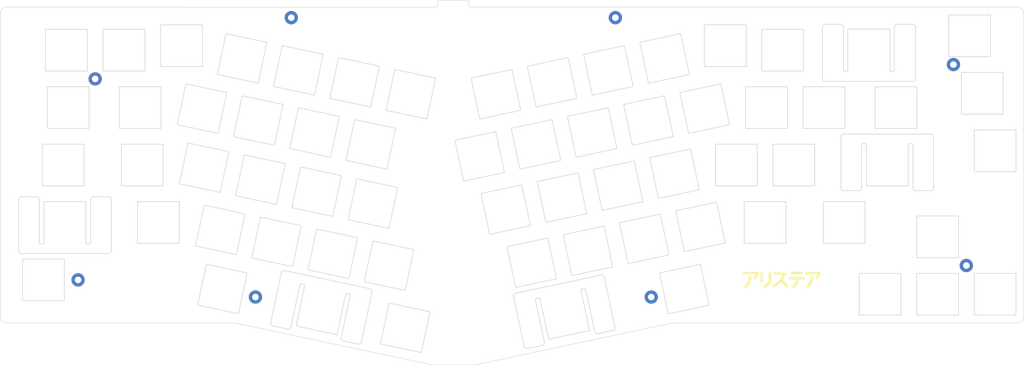
<source format=kicad_pcb>
(kicad_pcb (version 20171130) (host pcbnew "(5.1.4)-1")

  (general
    (thickness 1.6)
    (drawings 676)
    (tracks 0)
    (zones 0)
    (modules 9)
    (nets 1)
  )

  (page User 389.992 200)
  (title_block
    (title "Arisutea FR4 Top Plate")
    (company "3x6 Designs")
  )

  (layers
    (0 F.Cu signal)
    (31 B.Cu signal)
    (32 B.Adhes user)
    (33 F.Adhes user)
    (34 B.Paste user)
    (35 F.Paste user)
    (36 B.SilkS user)
    (37 F.SilkS user)
    (38 B.Mask user)
    (39 F.Mask user)
    (40 Dwgs.User user)
    (41 Cmts.User user)
    (42 Eco1.User user)
    (43 Eco2.User user)
    (44 Edge.Cuts user)
    (45 Margin user)
    (46 B.CrtYd user)
    (47 F.CrtYd user)
    (48 B.Fab user)
    (49 F.Fab user)
  )

  (setup
    (last_trace_width 0.25)
    (trace_clearance 0.2)
    (zone_clearance 0.508)
    (zone_45_only no)
    (trace_min 0.2)
    (via_size 0.8)
    (via_drill 0.4)
    (via_min_size 0.4)
    (via_min_drill 0.3)
    (uvia_size 0.3)
    (uvia_drill 0.1)
    (uvias_allowed no)
    (uvia_min_size 0.2)
    (uvia_min_drill 0.1)
    (edge_width 0.05)
    (segment_width 0.2)
    (pcb_text_width 0.3)
    (pcb_text_size 1.5 1.5)
    (mod_edge_width 0.12)
    (mod_text_size 1 1)
    (mod_text_width 0.15)
    (pad_size 1.524 1.524)
    (pad_drill 0.762)
    (pad_to_mask_clearance 0.051)
    (solder_mask_min_width 0.25)
    (aux_axis_origin 0 0)
    (visible_elements 7FFFFFFF)
    (pcbplotparams
      (layerselection 0x010f0_ffffffff)
      (usegerberextensions false)
      (usegerberattributes false)
      (usegerberadvancedattributes false)
      (creategerberjobfile false)
      (excludeedgelayer true)
      (linewidth 0.100000)
      (plotframeref false)
      (viasonmask false)
      (mode 1)
      (useauxorigin false)
      (hpglpennumber 1)
      (hpglpenspeed 20)
      (hpglpendiameter 15.000000)
      (psnegative false)
      (psa4output false)
      (plotreference false)
      (plotvalue false)
      (plotinvisibletext false)
      (padsonsilk false)
      (subtractmaskfromsilk false)
      (outputformat 1)
      (mirror false)
      (drillshape 0)
      (scaleselection 1)
      (outputdirectory "../../gerber/"))
  )

  (net 0 "")

  (net_class Default "This is the default net class."
    (clearance 0.2)
    (trace_width 0.25)
    (via_dia 0.8)
    (via_drill 0.4)
    (uvia_dia 0.3)
    (uvia_drill 0.1)
  )

  (module arisutea:arisutea_logo (layer F.Cu) (tedit 0) (tstamp 603B1FA5)
    (at 283.96 125.86)
    (fp_text reference G*** (at 0 0) (layer F.Mask) hide
      (effects (font (size 1.524 1.524) (thickness 0.3)))
    )
    (fp_text value LOGO (at 0.75 0) (layer F.Mask) hide
      (effects (font (size 1.524 1.524) (thickness 0.3)))
    )
    (fp_poly (pts (xy 6.76275 -2.00025) (xy 2.8575 -2.00025) (xy 2.8575 -2.76225) (xy 6.76275 -2.76225)
      (xy 6.76275 -2.00025)) (layer F.SilkS) (width 0.01))
    (fp_poly (pts (xy 12.275971 -2.713207) (xy 12.359183 -2.67152) (xy 12.481149 -2.602575) (xy 12.566983 -2.55241)
      (xy 12.699669 -2.472581) (xy 12.809827 -2.402783) (xy 12.88718 -2.349793) (xy 12.921448 -2.320387)
      (xy 12.92225 -2.318206) (xy 12.897107 -2.286006) (xy 12.875729 -2.274943) (xy 12.844044 -2.240513)
      (xy 12.793386 -2.160634) (xy 12.731057 -2.047667) (xy 12.672126 -1.930233) (xy 12.498058 -1.604761)
      (xy 12.275377 -1.249929) (xy 12.008181 -0.871784) (xy 11.700571 -0.476373) (xy 11.619446 -0.377477)
      (xy 11.47184 -0.199329) (xy 11.347732 -0.292865) (xy 11.258059 -0.354557) (xy 11.136678 -0.430498)
      (xy 11.008103 -0.505419) (xy 10.993437 -0.51357) (xy 10.88776 -0.574442) (xy 10.807649 -0.625326)
      (xy 10.766207 -0.657723) (xy 10.76325 -0.662897) (xy 10.785689 -0.693771) (xy 10.843588 -0.750217)
      (xy 10.900141 -0.799481) (xy 11.025009 -0.920881) (xy 11.164136 -1.084375) (xy 11.305611 -1.274203)
      (xy 11.437523 -1.474601) (xy 11.525619 -1.627188) (xy 11.657765 -1.87325) (xy 7.5565 -1.87325)
      (xy 7.5565 -2.667) (xy 9.832062 -2.667001) (xy 10.273427 -2.667138) (xy 10.655542 -2.667607)
      (xy 10.982659 -2.668493) (xy 11.259026 -2.669883) (xy 11.488895 -2.671863) (xy 11.676515 -2.674519)
      (xy 11.826137 -2.677936) (xy 11.942011 -2.682202) (xy 12.028387 -2.6874) (xy 12.089515 -2.693619)
      (xy 12.129646 -2.700943) (xy 12.153029 -2.709459) (xy 12.15967 -2.714101) (xy 12.186133 -2.730561)
      (xy 12.221594 -2.731575) (xy 12.275971 -2.713207)) (layer F.SilkS) (width 0.01))
    (fp_poly (pts (xy -8.289207 -2.706694) (xy -8.2264 -2.690811) (xy -8.141067 -2.655415) (xy -8.020145 -2.596465)
      (xy -7.931194 -2.551238) (xy -7.760993 -2.460581) (xy -7.647031 -2.391611) (xy -7.590071 -2.344891)
      (xy -7.590874 -2.320982) (xy -7.614592 -2.31775) (xy -7.638992 -2.291451) (xy -7.686259 -2.219747)
      (xy -7.749699 -2.113433) (xy -7.822613 -1.983303) (xy -7.826348 -1.976438) (xy -7.965935 -1.728628)
      (xy -8.11887 -1.473042) (xy -8.279086 -1.21861) (xy -8.440516 -0.97426) (xy -8.597094 -0.74892)
      (xy -8.742753 -0.55152) (xy -8.871426 -0.390986) (xy -8.977046 -0.276249) (xy -8.989711 -0.26429)
      (xy -9.064625 -0.195205) (xy -9.154301 -0.272737) (xy -9.22304 -0.324152) (xy -9.328385 -0.39387)
      (xy -9.45135 -0.469504) (xy -9.495614 -0.495414) (xy -9.605947 -0.560853) (xy -9.691679 -0.615124)
      (xy -9.740512 -0.650272) (xy -9.74725 -0.658212) (xy -9.726558 -0.686759) (xy -9.67035 -0.750989)
      (xy -9.587432 -0.841114) (xy -9.495685 -0.937903) (xy -9.322206 -1.131148) (xy -9.163751 -1.331514)
      (xy -9.03043 -1.524989) (xy -8.932358 -1.697558) (xy -8.906663 -1.754188) (xy -8.857398 -1.873251)
      (xy -10.905699 -1.87325) (xy -12.954 -1.87325) (xy -12.954 -2.270206) (xy -12.954001 -2.667161)
      (xy -10.739438 -2.666332) (xy -10.319758 -2.666616) (xy -9.930564 -2.667761) (xy -9.575933 -2.669713)
      (xy -9.259941 -2.672421) (xy -8.986664 -2.675834) (xy -8.760178 -2.679899) (xy -8.584561 -2.684565)
      (xy -8.463887 -2.68978) (xy -8.402234 -2.695492) (xy -8.399506 -2.69608) (xy -8.342555 -2.707103)
      (xy -8.289207 -2.706694)) (layer F.SilkS) (width 0.01))
    (fp_poly (pts (xy -7.210707 -2.568913) (xy -7.10354 -2.561301) (xy -6.966193 -2.550266) (xy -6.813881 -2.53716)
      (xy -6.661818 -2.523335) (xy -6.525218 -2.510141) (xy -6.419296 -2.498931) (xy -6.359266 -2.491056)
      (xy -6.355275 -2.490271) (xy -6.281174 -2.473954) (xy -6.44525 -2.344892) (xy -6.44525 0.60325)
      (xy -7.3025 0.60325) (xy -7.3025 -0.98425) (xy -7.301911 -1.350066) (xy -7.300184 -1.674612)
      (xy -7.297384 -1.95452) (xy -7.293574 -2.186424) (xy -7.288818 -2.366955) (xy -7.28318 -2.492747)
      (xy -7.276723 -2.560432) (xy -7.27248 -2.57175) (xy -7.210707 -2.568913)) (layer F.SilkS) (width 0.01))
    (fp_poly (pts (xy 1.055687 -2.438309) (xy 1.205511 -2.362018) (xy 1.302215 -2.306068) (xy 1.351085 -2.265893)
      (xy 1.357412 -2.236923) (xy 1.326485 -2.214591) (xy 1.318488 -2.21135) (xy 1.289302 -2.178139)
      (xy 1.238174 -2.097594) (xy 1.170787 -1.979559) (xy 1.092821 -1.833878) (xy 1.032734 -1.716216)
      (xy 0.833844 -1.333454) (xy 0.624327 -0.956416) (xy 0.414622 -0.60329) (xy 0.217382 -0.29556)
      (xy 0.06409 -0.067244) (xy 0.374249 0.21244) (xy 0.498327 0.323945) (xy 0.656131 0.46518)
      (xy 0.833828 0.623799) (xy 1.017587 0.787455) (xy 1.191516 0.941974) (xy 1.362367 1.095107)
      (xy 1.535254 1.252855) (xy 1.697852 1.403773) (xy 1.837836 1.536415) (xy 1.942881 1.639337)
      (xy 1.946908 1.64341) (xy 2.195192 1.894998) (xy 1.915158 2.144628) (xy 1.795857 2.251032)
      (xy 1.686136 2.348988) (xy 1.599221 2.426685) (xy 1.552776 2.468313) (xy 1.470427 2.542368)
      (xy 0.863431 1.893271) (xy 0.681894 1.702175) (xy 0.491984 1.507619) (xy 0.304415 1.320203)
      (xy 0.129903 1.150529) (xy -0.020839 1.009196) (xy -0.113262 0.926961) (xy -0.482959 0.609748)
      (xy -0.995542 1.126637) (xy -1.279872 1.406562) (xy -1.542268 1.649041) (xy -1.798701 1.867577)
      (xy -2.065143 2.075668) (xy -2.357567 2.286815) (xy -2.417168 2.328243) (xy -2.72296 2.539684)
      (xy -3.334594 1.879186) (xy -3.11986 1.759861) (xy -2.664817 1.477707) (xy -2.211797 1.140496)
      (xy -1.768972 0.75637) (xy -1.344515 0.333474) (xy -0.946599 -0.12005) (xy -0.583396 -0.596058)
      (xy -0.263079 -1.086407) (xy -0.26271 -1.087024) (xy -0.175546 -1.236767) (xy -0.092249 -1.38701)
      (xy -0.023349 -1.518372) (xy 0.014702 -1.59768) (xy 0.094449 -1.778) (xy -2.76225 -1.778)
      (xy -2.76225 -2.580972) (xy -1.468438 -2.56669) (xy -1.165628 -2.563975) (xy -0.863821 -2.562434)
      (xy -0.57323 -2.562036) (xy -0.304069 -2.562751) (xy -0.066552 -2.564549) (xy 0.129108 -2.567401)
      (xy 0.272696 -2.571278) (xy 0.28575 -2.571802) (xy 0.746125 -2.591196) (xy 1.055687 -2.438309)) (layer F.SilkS) (width 0.01))
    (fp_poly (pts (xy 9.476745 -1.229382) (xy 9.558695 -1.222025) (xy 9.678196 -1.209184) (xy 9.822565 -1.192433)
      (xy 9.979123 -1.173348) (xy 10.135189 -1.153504) (xy 10.278083 -1.134476) (xy 10.395125 -1.11784)
      (xy 10.473634 -1.105171) (xy 10.50081 -1.098523) (xy 10.485964 -1.076274) (xy 10.430747 -1.040659)
      (xy 10.420772 -1.035378) (xy 10.373527 -1.006327) (xy 10.342046 -0.968298) (xy 10.319905 -0.906132)
      (xy 10.300679 -0.80467) (xy 10.288565 -0.723474) (xy 10.183557 -0.150937) (xy 10.039732 0.379008)
      (xy 9.858045 0.864247) (xy 9.639452 1.302668) (xy 9.384907 1.692158) (xy 9.095366 2.030605)
      (xy 9.002774 2.120979) (xy 8.887917 2.222558) (xy 8.758038 2.328205) (xy 8.626671 2.427874)
      (xy 8.507352 2.511518) (xy 8.413615 2.569094) (xy 8.374694 2.587151) (xy 8.329876 2.575532)
      (xy 8.258802 2.530682) (xy 8.209293 2.490517) (xy 8.116868 2.414795) (xy 7.997689 2.325032)
      (xy 7.884861 2.245681) (xy 7.789352 2.178881) (xy 7.718511 2.124664) (xy 7.685436 2.093161)
      (xy 7.684505 2.090698) (xy 7.708626 2.063369) (xy 7.770357 2.019456) (xy 7.799382 2.001649)
      (xy 7.876085 1.95046) (xy 7.982789 1.871638) (xy 8.101257 1.778848) (xy 8.152128 1.737351)
      (xy 8.459827 1.442221) (xy 8.729187 1.099372) (xy 8.958049 0.713267) (xy 9.144259 0.28837)
      (xy 9.28566 -0.170857) (xy 9.380095 -0.65995) (xy 9.403146 -0.851992) (xy 9.418084 -0.997418)
      (xy 9.430991 -1.117307) (xy 9.440458 -1.198976) (xy 9.445024 -1.229679) (xy 9.476745 -1.229382)) (layer F.SilkS) (width 0.01))
    (fp_poly (pts (xy 7.4295 -0.22225) (xy 5.468827 -0.22225) (xy 5.397571 0.087312) (xy 5.255107 0.586741)
      (xy 5.067925 1.042478) (xy 4.836537 1.453791) (xy 4.561453 1.819952) (xy 4.243186 2.14023)
      (xy 3.882247 2.413896) (xy 3.681316 2.53561) (xy 3.505007 2.634252) (xy 3.197128 2.360398)
      (xy 3.058159 2.234893) (xy 2.964082 2.144596) (xy 2.910734 2.084393) (xy 2.89395 2.049174)
      (xy 2.909566 2.033825) (xy 2.929601 2.032) (xy 2.973608 2.016758) (xy 3.057091 1.975997)
      (xy 3.165253 1.917164) (xy 3.21723 1.887249) (xy 3.502909 1.690468) (xy 3.769288 1.450023)
      (xy 4.005073 1.178729) (xy 4.198971 0.889403) (xy 4.32685 0.627903) (xy 4.375474 0.489061)
      (xy 4.422661 0.324568) (xy 4.463644 0.154609) (xy 4.493659 -0.000632) (xy 4.507941 -0.120971)
      (xy 4.5085 -0.141537) (xy 4.5085 -0.22225) (xy 2.25425 -0.22225) (xy 2.25425 -1.016)
      (xy 7.4295 -1.016) (xy 7.4295 -0.22225)) (layer F.SilkS) (width 0.01))
    (fp_poly (pts (xy -4.292161 -2.877409) (xy -4.137949 -2.866091) (xy -3.956508 -2.85294) (xy -3.783955 -2.840573)
      (xy -3.763748 -2.839137) (xy -3.47937 -2.818956) (xy -3.579194 -2.735041) (xy -3.679018 -2.651125)
      (xy -3.676027 -1.61925) (xy -3.676335 -1.248641) (xy -3.680044 -0.932243) (xy -3.687844 -0.660825)
      (xy -3.700427 -0.425157) (xy -3.718484 -0.216008) (xy -3.742706 -0.024147) (xy -3.773784 0.159656)
      (xy -3.81241 0.344634) (xy -3.828168 0.41275) (xy -3.919673 0.719244) (xy -4.045851 1.024806)
      (xy -4.197282 1.309862) (xy -4.364548 1.554836) (xy -4.396936 1.594751) (xy -4.588682 1.794513)
      (xy -4.82845 1.997542) (xy -5.102123 2.194018) (xy -5.395586 2.374121) (xy -5.694722 2.528033)
      (xy -5.814165 2.580632) (xy -5.929204 2.628647) (xy -6.225281 2.331335) (xy -6.333554 2.220656)
      (xy -6.421871 2.12662) (xy -6.482382 2.057875) (xy -6.507238 2.02307) (xy -6.507116 2.020802)
      (xy -6.474396 2.00188) (xy -6.397566 1.961432) (xy -6.289418 1.906114) (xy -6.205627 1.863956)
      (xy -5.819365 1.649924) (xy -5.484619 1.420568) (xy -5.204315 1.178424) (xy -4.981379 0.926028)
      (xy -4.818737 0.665914) (xy -4.815445 0.659286) (xy -4.736407 0.480061) (xy -4.670573 0.286279)
      (xy -4.61723 0.071754) (xy -4.575662 -0.169704) (xy -4.545154 -0.444284) (xy -4.52499 -0.758173)
      (xy -4.514455 -1.11756) (xy -4.512835 -1.528633) (xy -4.517795 -1.916063) (xy -4.536197 -2.895501)
      (xy -4.292161 -2.877409)) (layer F.SilkS) (width 0.01))
    (fp_poly (pts (xy -11.008294 -1.232654) (xy -10.903832 -1.220814) (xy -10.768361 -1.204221) (xy -10.614569 -1.18456)
      (xy -10.455146 -1.163516) (xy -10.302782 -1.142775) (xy -10.170164 -1.124022) (xy -10.069982 -1.108942)
      (xy -10.014926 -1.099222) (xy -10.00834 -1.097174) (xy -10.022139 -1.07318) (xy -10.076206 -1.033929)
      (xy -10.091393 -1.024929) (xy -10.158051 -0.974705) (xy -10.193171 -0.907043) (xy -10.208411 -0.8255)
      (xy -10.305679 -0.264276) (xy -10.449351 0.269073) (xy -10.63729 0.769625) (xy -10.867359 1.232458)
      (xy -11.13742 1.652652) (xy -11.445338 2.025286) (xy -11.447257 2.027327) (xy -11.54334 2.124228)
      (xy -11.658219 2.232114) (xy -11.781654 2.342319) (xy -11.903407 2.446175) (xy -12.01324 2.535018)
      (xy -12.100915 2.60018) (xy -12.156193 2.632995) (xy -12.165459 2.63525) (xy -12.196583 2.614316)
      (xy -12.241812 2.569334) (xy -12.292391 2.522616) (xy -12.38016 2.450317) (xy -12.490807 2.363999)
      (xy -12.564232 2.308801) (xy -12.67346 2.226117) (xy -12.760487 2.156841) (xy -12.814543 2.109754)
      (xy -12.827 2.094571) (xy -12.802596 2.06892) (xy -12.737596 2.01769) (xy -12.644322 1.950407)
      (xy -12.608313 1.925535) (xy -12.251299 1.650125) (xy -11.948685 1.347268) (xy -11.695023 1.010739)
      (xy -11.492823 0.650875) (xy -11.345251 0.299221) (xy -11.231655 -0.078781) (xy -11.149456 -0.493592)
      (xy -11.096075 -0.955676) (xy -11.095689 -0.960438) (xy -11.085249 -1.084163) (xy -11.076364 -1.179484)
      (xy -11.070404 -1.232109) (xy -11.069058 -1.238055) (xy -11.008294 -1.232654)) (layer F.SilkS) (width 0.01))
  )

  (module Mounting_Holes:MountingHole_2.2mm_M2_Pad (layer F.Cu) (tedit 5C57F3A2) (tstamp 603B100D)
    (at 228.662785 38.792509)
    (descr "Mounting Hole 2.2mm, M2")
    (tags "mounting hole 2.2mm m2")
    (path /5C59C249)
    (attr virtual)
    (fp_text reference H5 (at 0 -3.2) (layer F.Fab)
      (effects (font (size 1 1) (thickness 0.15)))
    )
    (fp_text value MountingHole (at 0 3.2) (layer F.Fab)
      (effects (font (size 1 1) (thickness 0.15)))
    )
    (fp_text user %R (at 0.3 0) (layer F.Fab)
      (effects (font (size 1 1) (thickness 0.15)))
    )
    (fp_circle (center 0 0) (end 2.45 0) (layer F.CrtYd) (width 0.05))
    (fp_circle (center 0 0) (end 2.2 0) (layer Cmts.User) (width 0.15))
    (pad 1 thru_hole circle (at 0 0) (size 4.4 4.4) (drill 2.2) (layers *.Cu *.Mask))
  )

  (module Mounting_Holes:MountingHole_2.2mm_M2_Pad (layer F.Cu) (tedit 5C57F3B9) (tstamp 603B1006)
    (at 340.65 54.342516)
    (descr "Mounting Hole 2.2mm, M2")
    (tags "mounting hole 2.2mm m2")
    (path /5C59C305)
    (attr virtual)
    (fp_text reference H7 (at 0 -3.2) (layer F.Fab)
      (effects (font (size 1 1) (thickness 0.15)))
    )
    (fp_text value MountingHole (at 0 3.2) (layer F.Fab)
      (effects (font (size 1 1) (thickness 0.15)))
    )
    (fp_text user %R (at 0.3 0) (layer F.Fab)
      (effects (font (size 1 1) (thickness 0.15)))
    )
    (fp_circle (center 0 0) (end 2.45 0) (layer F.CrtYd) (width 0.05))
    (fp_circle (center 0 0) (end 2.2 0) (layer Cmts.User) (width 0.15))
    (pad 1 thru_hole circle (at 0 0) (size 4.4 4.4) (drill 2.2) (layers *.Cu *.Mask))
  )

  (module Mounting_Holes:MountingHole_2.2mm_M2_Pad (layer F.Cu) (tedit 5C57F3AC) (tstamp 603B0FFF)
    (at 109.429436 131.469368)
    (descr "Mounting Hole 2.2mm, M2")
    (tags "mounting hole 2.2mm m2")
    (path /5C59C1E9)
    (attr virtual)
    (fp_text reference H4 (at 0 -3.2) (layer F.Fab)
      (effects (font (size 1 1) (thickness 0.15)))
    )
    (fp_text value MountingHole (at 0 3.2) (layer F.Fab)
      (effects (font (size 1 1) (thickness 0.15)))
    )
    (fp_text user %R (at 0.3 0) (layer F.Fab)
      (effects (font (size 1 1) (thickness 0.15)))
    )
    (fp_circle (center 0 0) (end 2.2 0) (layer Cmts.User) (width 0.15))
    (fp_circle (center 0 0) (end 2.45 0) (layer F.CrtYd) (width 0.05))
    (pad 1 thru_hole circle (at 0 0) (size 4.4 4.4) (drill 2.2) (layers *.Cu *.Mask))
  )

  (module Mounting_Holes:MountingHole_2.2mm_M2_Pad (layer F.Cu) (tedit 5C57F39A) (tstamp 603B0FF8)
    (at 121.29722 38.792509)
    (descr "Mounting Hole 2.2mm, M2")
    (tags "mounting hole 2.2mm m2")
    (path /5C59C18D)
    (attr virtual)
    (fp_text reference H3 (at 0 -3.2) (layer F.Fab)
      (effects (font (size 1 1) (thickness 0.15)))
    )
    (fp_text value MountingHole (at 0 3.2) (layer F.Fab)
      (effects (font (size 1 1) (thickness 0.15)))
    )
    (fp_text user %R (at 0.3 0) (layer F.Fab)
      (effects (font (size 1 1) (thickness 0.15)))
    )
    (fp_circle (center 0 0) (end 2.45 0) (layer F.CrtYd) (width 0.05))
    (fp_circle (center 0 0) (end 2.2 0) (layer Cmts.User) (width 0.15))
    (pad 1 thru_hole circle (at 0 0) (size 4.4 4.4) (drill 2.2) (layers *.Cu *.Mask))
  )

  (module Mounting_Holes:MountingHole_2.2mm_M2_Pad (layer F.Cu) (tedit 56D1B4CB) (tstamp 603B0FF1)
    (at 56.335 59.105)
    (descr "Mounting Hole 2.2mm, M2")
    (tags "mounting hole 2.2mm m2")
    (path /5C583EFC)
    (attr virtual)
    (fp_text reference H1 (at 0 -3.2) (layer F.SilkS) hide
      (effects (font (size 1 1) (thickness 0.15)))
    )
    (fp_text value MountingHole (at 0 3.2) (layer F.Fab)
      (effects (font (size 1 1) (thickness 0.15)))
    )
    (fp_text user %R (at 0.3 0) (layer F.Fab)
      (effects (font (size 1 1) (thickness 0.15)))
    )
    (fp_circle (center 0 0) (end 2.45 0) (layer F.CrtYd) (width 0.05))
    (fp_circle (center 0 0) (end 2.2 0) (layer Cmts.User) (width 0.15))
    (pad 1 thru_hole circle (at 0 0) (size 4.4 4.4) (drill 2.2) (layers *.Cu *.Mask))
  )

  (module Mounting_Holes:MountingHole_2.2mm_M2_Pad (layer F.Cu) (tedit 5C57F3A7) (tstamp 603B0FEA)
    (at 50.6675 125.78)
    (descr "Mounting Hole 2.2mm, M2")
    (tags "mounting hole 2.2mm m2")
    (path /5C584371)
    (attr virtual)
    (fp_text reference H2 (at 0 -3.2) (layer F.Fab)
      (effects (font (size 1 1) (thickness 0.15)))
    )
    (fp_text value MountingHole (at 0 3.2) (layer F.Fab)
      (effects (font (size 1 1) (thickness 0.15)))
    )
    (fp_text user %R (at 0.3 0) (layer F.Fab)
      (effects (font (size 1 1) (thickness 0.15)))
    )
    (fp_circle (center 0 0) (end 2.2 0) (layer Cmts.User) (width 0.15))
    (fp_circle (center 0 0) (end 2.45 0) (layer F.CrtYd) (width 0.05))
    (pad 1 thru_hole circle (at 0 0) (size 4.4 4.4) (drill 2.2) (layers *.Cu *.Mask))
  )

  (module Mounting_Holes:MountingHole_2.2mm_M2_Pad (layer F.Cu) (tedit 5C57F3B1) (tstamp 603B0FCF)
    (at 240.530266 131.46872)
    (descr "Mounting Hole 2.2mm, M2")
    (tags "mounting hole 2.2mm m2")
    (path /5C59C2A7)
    (attr virtual)
    (fp_text reference H6 (at 0 -3.2) (layer F.Fab)
      (effects (font (size 1 1) (thickness 0.15)))
    )
    (fp_text value MountingHole (at 0 3.2) (layer F.Fab)
      (effects (font (size 1 1) (thickness 0.15)))
    )
    (fp_text user %R (at 0.3 0) (layer F.Fab)
      (effects (font (size 1 1) (thickness 0.15)))
    )
    (fp_circle (center 0 0) (end 2.2 0) (layer Cmts.User) (width 0.15))
    (fp_circle (center 0 0) (end 2.45 0) (layer F.CrtYd) (width 0.05))
    (pad 1 thru_hole circle (at 0 0) (size 4.4 4.4) (drill 2.2) (layers *.Cu *.Mask))
  )

  (module Mounting_Holes:MountingHole_2.2mm_M2_Pad (layer F.Cu) (tedit 5C57F3BF) (tstamp 603B0FC8)
    (at 344.919949 121.017503)
    (descr "Mounting Hole 2.2mm, M2")
    (tags "mounting hole 2.2mm m2")
    (path /5C59C367)
    (attr virtual)
    (fp_text reference H8 (at 0 -3.2) (layer F.Fab)
      (effects (font (size 1 1) (thickness 0.15)))
    )
    (fp_text value MountingHole (at 0 3.2) (layer F.Fab)
      (effects (font (size 1 1) (thickness 0.15)))
    )
    (fp_text user %R (at 0.3 0) (layer F.Fab)
      (effects (font (size 1 1) (thickness 0.15)))
    )
    (fp_circle (center 0 0) (end 2.2 0) (layer Cmts.User) (width 0.15))
    (fp_circle (center 0 0) (end 2.45 0) (layer F.CrtYd) (width 0.05))
    (pad 1 thru_hole circle (at 0 0) (size 4.4 4.4) (drill 2.2) (layers *.Cu *.Mask))
  )

  (gr_line (start 179.654592 33.0085) (end 170.347514 33.0073) (layer Edge.Cuts) (width 0.15) (tstamp 603AFA17))
  (gr_line (start 180.638668 35.291305) (end 361.966549 35.291009) (layer Edge.Cuts) (width 0.15) (tstamp 603AFA30))
  (gr_line (start 102.5967 140.067503) (end 168.07 153.985232) (layer Edge.Cuts) (width 0.15) (tstamp 603B0FDE))
  (gr_line (start 26.8791 140.066003) (end 102.5933 140.066003) (layer Edge.Cuts) (width 0.15) (tstamp 603AFA2D))
  (gr_line (start 120.282168 142.133721) (end 115.198068 141.073665) (layer Edge.Cuts) (width 0.2))
  (gr_curve (pts (xy 121.185816 141.400777) (xy 121.095727 141.825557) (xy 120.715733 142.133721) (xy 120.282168 142.133721)) (layer Edge.Cuts) (width 0.2) (tstamp 603B0C97))
  (gr_curve (pts (xy 138.552198 146.037875) (xy 138.053176 145.931938) (xy 137.733643 145.439806) (xy 137.83958 144.940784)) (layer Edge.Cuts) (width 0.2) (tstamp 603B04F1))
  (gr_line (start 124.155833 127.427986) (end 121.185816 141.400777) (layer Edge.Cuts) (width 0.2))
  (gr_curve (pts (xy 124.600595 127.139115) (xy 124.574757 127.133603) (xy 124.548402 127.130847) (xy 124.522219 127.130847)) (layer Edge.Cuts) (width 0.2))
  (gr_curve (pts (xy 124.522219 127.130847) (xy 124.346519 127.130847) (xy 124.192523 127.255904) (xy 124.155833 127.427986)) (layer Edge.Cuts) (width 0.2))
  (gr_curve (pts (xy 125.709054 127.758198) (xy 125.751946 127.555971) (xy 125.62241 127.3565) (xy 125.420355 127.313437)) (layer Edge.Cuts) (width 0.2))
  (gr_line (start 125.420355 127.313437) (end 124.600595 127.139115) (layer Edge.Cuts) (width 0.2))
  (gr_line (start 140.520898 130.52306) (end 139.701137 130.34891) (layer Edge.Cuts) (width 0.2))
  (gr_curve (pts (xy 139.701137 130.34891) (xy 139.675472 130.343398) (xy 139.649117 130.340642) (xy 139.622934 130.340642)) (layer Edge.Cuts) (width 0.2))
  (gr_curve (pts (xy 140.757404 130.685668) (xy 140.702799 130.601608) (xy 140.618739 130.543903) (xy 140.520898 130.52306)) (layer Edge.Cuts) (width 0.2))
  (gr_curve (pts (xy 140.809769 130.967994) (xy 140.830612 130.869981) (xy 140.812009 130.769729) (xy 140.757404 130.685668)) (layer Edge.Cuts) (width 0.2))
  (gr_curve (pts (xy 139.622934 130.340642) (xy 139.447062 130.340642) (xy 139.292894 130.465527) (xy 139.256376 130.637609)) (layer Edge.Cuts) (width 0.2))
  (gr_line (start 139.256376 130.637609) (end 136.470327 143.74482) (layer Edge.Cuts) (width 0.2))
  (gr_line (start 137.839752 144.940784) (end 140.809769 130.967994) (layer Edge.Cuts) (width 0.2))
  (gr_line (start 136.203677 143.918108) (end 123.1392 141.1224) (layer Edge.Cuts) (width 0.2))
  (gr_curve (pts (xy 136.470327 143.74482) (xy 136.448451 143.848172) (xy 136.35595 143.923103) (xy 136.250702 143.923103)) (layer Edge.Cuts) (width 0.2))
  (gr_curve (pts (xy 136.250702 143.923103) (xy 136.235027 143.923103) (xy 136.219179 143.921381) (xy 136.203677 143.918108)) (layer Edge.Cuts) (width 0.2))
  (gr_line (start 122.960917 140.902775) (end 125.709054 127.758198) (layer Edge.Cuts) (width 0.2) (tstamp 603B0485))
  (gr_curve (pts (xy 123.1392 141.1224) (xy 123.035848 141.100524) (xy 122.960917 141.008023) (xy 122.960917 140.902775)) (layer Edge.Cuts) (width 0.2) (tstamp 603B04C0))
  (gr_line (start 39.62077 99.809517) (end 53.020641 99.809517) (layer Edge.Cuts) (width 0.2))
  (gr_curve (pts (xy 39.020634 113.809524) (xy 39.227512 113.809524) (xy 39.395633 113.641403) (xy 39.395633 113.434525)) (layer Edge.Cuts) (width 0.2))
  (gr_curve (pts (xy 37.807789 113.434525) (xy 37.807789 113.641403) (xy 37.975909 113.809524) (xy 38.182615 113.809524)) (layer Edge.Cuts) (width 0.2))
  (gr_curve (pts (xy 53.020641 99.809517) (xy 53.144665 99.809517) (xy 53.245778 99.91063) (xy 53.245778 100.034654)) (layer Edge.Cuts) (width 0.2))
  (gr_line (start 37.807789 99.149609) (end 37.807789 113.434525) (layer Edge.Cuts) (width 0.2))
  (gr_curve (pts (xy 39.395633 100.034654) (xy 39.395633 99.91063) (xy 39.496747 99.809517) (xy 39.62077 99.809517)) (layer Edge.Cuts) (width 0.2))
  (gr_line (start 39.395633 113.434525) (end 39.395633 100.034654) (layer Edge.Cuts) (width 0.2))
  (gr_curve (pts (xy 53.245778 113.434525) (xy 53.245778 113.641403) (xy 53.413899 113.809524) (xy 53.620777 113.809524)) (layer Edge.Cuts) (width 0.2))
  (gr_line (start 53.620777 113.809524) (end 54.458624 113.809524) (layer Edge.Cuts) (width 0.2))
  (gr_line (start 53.245778 100.034654) (end 53.245778 113.434525) (layer Edge.Cuts) (width 0.2))
  (gr_curve (pts (xy 54.458624 113.809524) (xy 54.665502 113.809524) (xy 54.833623 113.641403) (xy 54.833623 113.434525)) (layer Edge.Cuts) (width 0.2))
  (gr_line (start 54.833623 113.434525) (end 54.833623 99.149609) (layer Edge.Cuts) (width 0.2))
  (gr_line (start 38.182615 113.809524) (end 39.020634 113.809524) (layer Edge.Cuts) (width 0.2))
  (gr_curve (pts (xy 36.882608 98.224601) (xy 37.392655 98.224601) (xy 37.807789 98.639562) (xy 37.807789 99.149609)) (layer Edge.Cuts) (width 0.2))
  (gr_curve (pts (xy 54.833623 99.149609) (xy 54.833623 98.639562) (xy 55.248585 98.224601) (xy 55.758631 98.224601)) (layer Edge.Cuts) (width 0.2))
  (gr_line (start 55.758631 98.224601) (end 60.75867 98.224601) (layer Edge.Cuts) (width 0.2))
  (gr_curve (pts (xy 203.729443 132.122273) (xy 203.692925 131.950191) (xy 203.538929 131.825306) (xy 203.363229 131.825306)) (layer Edge.Cuts) (width 0.2))
  (gr_curve (pts (xy 202.465093 132.007724) (xy 202.262866 132.050787) (xy 202.13333 132.250258) (xy 202.176394 132.452658)) (layer Edge.Cuts) (width 0.2))
  (gr_curve (pts (xy 203.363229 131.825306) (xy 203.337046 131.825306) (xy 203.310864 131.828062) (xy 203.285026 131.833574)) (layer Edge.Cuts) (width 0.2))
  (gr_line (start 203.285026 131.833574) (end 202.465093 132.007724) (layer Edge.Cuts) (width 0.2))
  (gr_curve (pts (xy 220.062985 142.350073) (xy 220.088823 142.471168) (xy 220.010964 142.590885) (xy 219.889697 142.616723)) (layer Edge.Cuts) (width 0.2))
  (gr_line (start 218.385568 128.623779) (end 217.56598 128.797928) (layer Edge.Cuts) (width 0.2))
  (gr_line (start 219.889697 142.616723) (end 206.782486 145.402772) (layer Edge.Cuts) (width 0.2))
  (gr_line (start 221.800347 142.885613) (end 218.83033 128.912478) (layer Edge.Cuts) (width 0.2))
  (gr_curve (pts (xy 222.897265 143.597886) (xy 222.833531 143.611494) (xy 222.768419 143.618385) (xy 222.703651 143.618385)) (layer Edge.Cuts) (width 0.2))
  (gr_curve (pts (xy 222.703651 143.618385) (xy 222.270602 143.618385) (xy 221.890608 143.310221) (xy 221.800347 142.885613)) (layer Edge.Cuts) (width 0.2))
  (gr_curve (pts (xy 218.463772 128.615511) (xy 218.437589 128.615511) (xy 218.411062 128.618267) (xy 218.385568 128.623779)) (layer Edge.Cuts) (width 0.2))
  (gr_curve (pts (xy 218.83033 128.912478) (xy 218.793812 128.740395) (xy 218.639472 128.615511) (xy 218.463772 128.615511)) (layer Edge.Cuts) (width 0.2))
  (gr_line (start 217.276936 129.242862) (end 220.062985 142.350073) (layer Edge.Cuts) (width 0.2))
  (gr_line (start 227.788267 142.558329) (end 222.897265 143.597886) (layer Edge.Cuts) (width 0.2))
  (gr_curve (pts (xy 217.565635 128.797928) (xy 217.363408 128.840991) (xy 217.233872 129.040462) (xy 217.276936 129.242862)) (layer Edge.Cuts) (width 0.2) (tstamp 603B05B0))
  (gr_line (start 206.515492 145.229483) (end 203.729443 132.122273) (layer Edge.Cuts) (width 0.2))
  (gr_line (start 202.176394 132.452658) (end 205.146411 146.425448) (layer Edge.Cuts) (width 0.2))
  (gr_curve (pts (xy 206.735289 145.407767) (xy 206.629869 145.407767) (xy 206.53754 145.332836) (xy 206.515492 145.229483)) (layer Edge.Cuts) (width 0.2))
  (gr_curve (pts (xy 206.782486 145.402772) (xy 206.766984 145.406045) (xy 206.751136 145.407767) (xy 206.735289 145.407767)) (layer Edge.Cuts) (width 0.2))
  (gr_curve (pts (xy 205.146411 146.425448) (xy 205.25252 146.924298) (xy 204.932815 147.41643) (xy 204.433965 147.522367)) (layer Edge.Cuts) (width 0.2))
  (gr_line (start 311.433119 80.609655) (end 310.595271 80.609655) (layer Edge.Cuts) (width 0.2))
  (gr_line (start 310.2201 80.984654) (end 310.2201 95.26957) (layer Edge.Cuts) (width 0.2))
  (gr_curve (pts (xy 310.2201 95.26957) (xy 310.2201 95.779616) (xy 309.805311 96.19475) (xy 309.295092 96.19475)) (layer Edge.Cuts) (width 0.2))
  (gr_curve (pts (xy 310.595271 80.609655) (xy 310.388566 80.609655) (xy 310.2201 80.777776) (xy 310.2201 80.984654)) (layer Edge.Cuts) (width 0.2))
  (gr_curve (pts (xy 326.033089 80.609655) (xy 325.826383 80.609655) (xy 325.658262 80.777776) (xy 325.658262 80.984654)) (layer Edge.Cuts) (width 0.2))
  (gr_line (start 325.658262 80.984654) (end 325.658262 94.384697) (layer Edge.Cuts) (width 0.2))
  (gr_line (start 325.433298 94.609662) (end 312.033254 94.609662) (layer Edge.Cuts) (width 0.2))
  (gr_line (start 327.246451 95.26957) (end 327.246451 80.984654) (layer Edge.Cuts) (width 0.2))
  (gr_curve (pts (xy 325.658262 94.384697) (xy 325.658262 94.508721) (xy 325.557321 94.609662) (xy 325.433298 94.609662)) (layer Edge.Cuts) (width 0.2))
  (gr_curve (pts (xy 312.033254 94.609662) (xy 311.909231 94.609662) (xy 311.808289 94.508721) (xy 311.808289 94.384697)) (layer Edge.Cuts) (width 0.2))
  (gr_curve (pts (xy 327.246451 80.984654) (xy 327.246451 80.777776) (xy 327.077986 80.609655) (xy 326.87128 80.609655)) (layer Edge.Cuts) (width 0.2))
  (gr_line (start 311.808289 94.384697) (end 311.808289 80.984654) (layer Edge.Cuts) (width 0.2))
  (gr_line (start 326.87128 80.609655) (end 326.033089 80.609655) (layer Edge.Cuts) (width 0.2))
  (gr_curve (pts (xy 311.808289 80.984654) (xy 311.808289 80.777776) (xy 311.639824 80.609655) (xy 311.433119 80.609655)) (layer Edge.Cuts) (width 0.2))
  (gr_curve (pts (xy 328.171115 96.19475) (xy 327.661241 96.19475) (xy 327.246451 95.779616) (xy 327.246451 95.26957)) (layer Edge.Cuts) (width 0.2))
  (gr_line (start 333.171327 96.19475) (end 328.171115 96.19475) (layer Edge.Cuts) (width 0.2))
  (gr_line (start 320.788849 56.571068) (end 319.950866 56.571068) (layer Edge.Cuts) (width 0.2))
  (gr_line (start 319.350871 42.571082) (end 305.950869 42.571075) (layer Edge.Cuts) (width 0.2))
  (gr_arc (start 319.950871 56.271064) (end 319.650867 56.271064) (angle -89.99909638) (layer Edge.Cuts) (width 0.2))
  (gr_arc (start 322.088861 41.986086) (end 322.088861 40.986081) (angle -89.99998854) (layer Edge.Cuts) (width 0.2))
  (gr_arc (start 304.512859 56.271056) (end 304.212855 56.271056) (angle -89.99928419) (layer Edge.Cuts) (width 0.2))
  (gr_arc (start 305.350856 56.271057) (end 305.350861 56.57106) (angle -89.99899376) (layer Edge.Cuts) (width 0.2))
  (gr_arc (start 319.350892 42.871064) (end 319.650873 42.871064) (angle -90.00387113) (layer Edge.Cuts) (width 0.2))
  (gr_arc (start 320.788849 56.271067) (end 320.788849 56.571068) (angle -90.00038197) (layer Edge.Cuts) (width 0.2))
  (gr_line (start 305.650865 42.871057) (end 305.650859 56.271057) (layer Edge.Cuts) (width 0.2))
  (gr_arc (start 305.950869 42.871079) (end 305.950869 42.571075) (angle -89.99585807) (layer Edge.Cuts) (width 0.2))
  (gr_line (start 319.650867 56.271064) (end 319.650873 42.871064) (layer Edge.Cuts) (width 0.2))
  (gr_line (start 305.350861 56.57106) (end 304.512855 56.57106) (layer Edge.Cuts) (width 0.2))
  (gr_line (start 321.088856 41.986085) (end 321.08885 56.271065) (layer Edge.Cuts) (width 0.2))
  (gr_line (start 304.212855 56.271056) (end 304.212861 41.986076) (layer Edge.Cuts) (width 0.2))
  (gr_arc (start 303.212858 41.986076) (end 304.212861 41.986076) (angle -89.99999084) (layer Edge.Cuts) (width 0.2))
  (gr_line (start 303.212858 40.986072) (end 298.212862 40.986069) (layer Edge.Cuts) (width 0.2))
  (gr_line (start 327.088857 40.986083) (end 322.088861 40.986081) (layer Edge.Cuts) (width 0.2))
  (gr_curve (pts (xy 209.114127 125.201765) (xy 209.139965 125.323033) (xy 209.062451 125.442577) (xy 208.941183 125.468416)) (layer Edge.Cuts) (width 0.2) (tstamp 603B0754))
  (gr_curve (pts (xy 259.65919 133.933704) (xy 259.685028 134.054972) (xy 259.607514 134.174516) (xy 259.486246 134.200355)) (layer Edge.Cuts) (width 0.2) (tstamp 603B074C))
  (gr_curve (pts (xy 265.015624 113.319459) (xy 265.041462 113.440727) (xy 264.963948 113.560271) (xy 264.84268 113.58611)) (layer Edge.Cuts) (width 0.2) (tstamp 603B0745))
  (gr_curve (pts (xy 237.762852 99.636573) (xy 237.78869 99.757841) (xy 237.711176 99.877385) (xy 237.589908 99.903224)) (layer Edge.Cuts) (width 0.2) (tstamp 603B073D))
  (gr_curve (pts (xy 219.128675 103.597399) (xy 219.154513 103.718667) (xy 219.076999 103.838211) (xy 218.955731 103.86405)) (layer Edge.Cuts) (width 0.2) (tstamp 603B0738))
  (gr_curve (pts (xy 210.509735 85.953859) (xy 210.535573 86.075127) (xy 210.458059 86.194671) (xy 210.336791 86.22051)) (layer Edge.Cuts) (width 0.2) (tstamp 603B072E))
  (gr_curve (pts (xy 215.86617 65.339614) (xy 215.892008 65.460882) (xy 215.814494 65.580426) (xy 215.693226 65.606265)) (layer Edge.Cuts) (width 0.2) (tstamp 603B0726))
  (gr_curve (pts (xy 236.800293 47.190335) (xy 236.774455 47.069239) (xy 236.852314 46.949522) (xy 236.973581 46.923684)) (layer Edge.Cuts) (width 0.2) (tstamp 603B071A))
  (gr_curve (pts (xy 230.048595 107.052314) (xy 230.022757 106.931218) (xy 230.100616 106.811501) (xy 230.221883 106.785663)) (layer Edge.Cuts) (width 0.2) (tstamp 603B070B))
  (gr_curve (pts (xy 192.781102 114.973794) (xy 192.755264 114.852698) (xy 192.833123 114.732981) (xy 192.95439 114.707143)) (layer Edge.Cuts) (width 0.2) (tstamp 603B0705))
  (gr_curve (pts (xy 240.063143 85.447948) (xy 240.037305 85.326852) (xy 240.115164 85.207135) (xy 240.236431 85.181297)) (layer Edge.Cuts) (width 0.2) (tstamp 603B06FC))
  (gr_curve (pts (xy 202.795822 93.369428) (xy 202.769984 93.248332) (xy 202.847843 93.128615) (xy 202.96911 93.102777)) (layer Edge.Cuts) (width 0.2) (tstamp 603B06F7))
  (gr_curve (pts (xy 184.16199 97.330254) (xy 184.136152 97.209158) (xy 184.214011 97.089441) (xy 184.335278 97.063603)) (layer Edge.Cuts) (width 0.2) (tstamp 603B06F2))
  (gr_curve (pts (xy 212.81037 71.765234) (xy 212.784532 71.644138) (xy 212.862391 71.524421) (xy 212.983658 71.498583)) (layer Edge.Cuts) (width 0.2) (tstamp 603B06E6))
  (gr_curve (pts (xy 194.17671 75.725888) (xy 194.150872 75.604792) (xy 194.228731 75.485075) (xy 194.349998 75.459237)) (layer Edge.Cuts) (width 0.2) (tstamp 603B06DF))
  (gr_curve (pts (xy 175.542877 79.686714) (xy 175.517039 79.565618) (xy 175.594898 79.445901) (xy 175.716165 79.420063)) (layer Edge.Cuts) (width 0.2) (tstamp 603B06D9))
  (gr_curve (pts (xy 168.901251 58.806507) (xy 169.02269 58.832345) (xy 169.10055 58.952062) (xy 169.074711 59.07333)) (layer Edge.Cuts) (width 0.2) (tstamp 603B06BA))
  (gr_curve (pts (xy 134.280968 65.607298) (xy 134.159529 65.58146) (xy 134.081842 65.461743) (xy 134.10768 65.340475)) (layer Edge.Cuts) (width 0.2) (tstamp 603B06AB))
  (gr_curve (pts (xy 143.043742 111.737126) (xy 143.165182 111.762964) (xy 143.243041 111.882681) (xy 143.217202 112.003949)) (layer Edge.Cuts) (width 0.2) (tstamp 603B0695))
  (gr_curve (pts (xy 137.687652 91.123053) (xy 137.809092 91.148891) (xy 137.886951 91.268608) (xy 137.861112 91.389876)) (layer Edge.Cuts) (width 0.2) (tstamp 603B068D))
  (gr_curve (pts (xy 100.420159 83.201572) (xy 100.541599 83.22741) (xy 100.619458 83.347127) (xy 100.593619 83.468395)) (layer Edge.Cuts) (width 0.2) (tstamp 603B0684))
  (gr_curve (pts (xy 118.356188 67.538446) (xy 118.477628 67.564284) (xy 118.555487 67.684001) (xy 118.529648 67.805269)) (layer Edge.Cuts) (width 0.2) (tstamp 603B0677))
  (gr_curve (pts (xy 228.500368 141.46141) (xy 228.6254 142.0114) (xy 228.3714 142.4432) (xy 227.788267 142.558329)) (layer Edge.Cuts) (width 0.2) (tstamp 603B0593))
  (gr_curve (pts (xy 194.923951 131.279775) (xy 194.8434 130.683) (xy 195.1228 130.302) (xy 195.636225 130.182684)) (layer Edge.Cuts) (width 0.2) (tstamp 603B0540))
  (gr_curve (pts (xy 147.349422 128.698021) (xy 147.8788 128.8288) (xy 148.1836 129.3114) (xy 148.06204 129.795111)) (layer Edge.Cuts) (width 0.2) (tstamp 603B0513))
  (gr_curve (pts (xy 231.446959 48.098461) (xy 231.462462 48.095189) (xy 231.478309 48.093466) (xy 231.494156 48.093466)) (layer Edge.Cuts) (width 0.2))
  (gr_line (start 328.531816 61.934654) (end 328.531816 75.334525) (layer Edge.Cuts) (width 0.2))
  (gr_curve (pts (xy 356.881852 56.947017) (xy 357.005875 56.947017) (xy 357.106816 57.04813) (xy 357.106816 57.172154)) (layer Edge.Cuts) (width 0.2))
  (gr_line (start 199.705916 54.845164) (end 212.813126 52.059115) (layer Edge.Cuts) (width 0.2))
  (gr_line (start 284.952048 113.659662) (end 271.552004 113.659662) (layer Edge.Cuts) (width 0.2))
  (gr_curve (pts (xy 271.327039 100.034654) (xy 271.327039 99.91063) (xy 271.427981 99.809517) (xy 271.552004 99.809517)) (layer Edge.Cuts) (width 0.2))
  (gr_curve (pts (xy 357.106816 70.572197) (xy 357.106816 70.696221) (xy 357.005875 70.797162) (xy 356.881852 70.797162)) (layer Edge.Cuts) (width 0.2))
  (gr_curve (pts (xy 202.585671 68.392485) (xy 202.433398 68.397481) (xy 202.341069 68.32255) (xy 202.319021 68.219025)) (layer Edge.Cuts) (width 0.2))
  (gr_line (start 218.339748 50.88451) (end 231.446959 48.098461) (layer Edge.Cuts) (width 0.2))
  (gr_curve (pts (xy 343.257188 57.172154) (xy 343.257188 57.04813) (xy 343.357785 56.947017) (xy 343.481808 56.947017)) (layer Edge.Cuts) (width 0.2))
  (gr_line (start 328.306852 75.559662) (end 314.906808 75.559662) (layer Edge.Cuts) (width 0.2))
  (gr_line (start 291.087074 61.709517) (end 304.487117 61.709517) (layer Edge.Cuts) (width 0.2))
  (gr_curve (pts (xy 314.906808 75.559662) (xy 314.782785 75.559662) (xy 314.682188 75.458548) (xy 314.682188 75.334525)) (layer Edge.Cuts) (width 0.2))
  (gr_curve (pts (xy 290.862109 61.934654) (xy 290.862109 61.81063) (xy 290.96305 61.709517) (xy 291.087074 61.709517)) (layer Edge.Cuts) (width 0.2))
  (gr_line (start 343.481808 56.947017) (end 356.881852 56.947017) (layer Edge.Cuts) (width 0.2))
  (gr_curve (pts (xy 304.487117 61.709517) (xy 304.61114 61.709517) (xy 304.711737 61.81063) (xy 304.711737 61.934654)) (layer Edge.Cuts) (width 0.2))
  (gr_curve (pts (xy 231.494156 48.093466) (xy 231.599576 48.093466) (xy 231.691905 48.168397) (xy 231.713953 48.27175)) (layer Edge.Cuts) (width 0.2))
  (gr_line (start 314.906808 61.709517) (end 328.306852 61.709517) (layer Edge.Cuts) (width 0.2))
  (gr_line (start 271.327039 113.434525) (end 271.327039 100.034654) (layer Edge.Cuts) (width 0.2))
  (gr_line (start 202.319021 68.219025) (end 199.532972 55.111987) (layer Edge.Cuts) (width 0.2))
  (gr_curve (pts (xy 284.952048 99.809517) (xy 285.076071 99.809517) (xy 285.177012 99.91063) (xy 285.177012 100.034654)) (layer Edge.Cuts) (width 0.2))
  (gr_line (start 215.692881 65.606437) (end 202.585671 68.392485) (layer Edge.Cuts) (width 0.2))
  (gr_curve (pts (xy 221.219504 64.431831) (xy 221.0816 64.4652) (xy 220.974557 64.361896) (xy 220.952509 64.258371)) (layer Edge.Cuts) (width 0.2))
  (gr_curve (pts (xy 328.531816 75.334525) (xy 328.531816 75.458548) (xy 328.430875 75.559662) (xy 328.306852 75.559662)) (layer Edge.Cuts) (width 0.2))
  (gr_line (start 343.257188 70.572197) (end 343.257188 57.172154) (layer Edge.Cuts) (width 0.2))
  (gr_curve (pts (xy 285.177012 113.434525) (xy 285.177012 113.558548) (xy 285.076071 113.659662) (xy 284.952048 113.659662)) (layer Edge.Cuts) (width 0.2))
  (gr_line (start 234.326714 61.645783) (end 221.219504 64.431831) (layer Edge.Cuts) (width 0.2))
  (gr_line (start 357.106816 57.172154) (end 357.106816 70.572197) (layer Edge.Cuts) (width 0.2))
  (gr_curve (pts (xy 343.481808 70.797162) (xy 343.357785 70.797162) (xy 343.257188 70.696221) (xy 343.257188 70.572197)) (layer Edge.Cuts) (width 0.2))
  (gr_curve (pts (xy 234.500002 61.37896) (xy 234.52584 61.500227) (xy 234.447981 61.619944) (xy 234.326714 61.645783)) (layer Edge.Cuts) (width 0.2))
  (gr_curve (pts (xy 218.16646 51.15116) (xy 218.140622 51.030065) (xy 218.218481 50.910348) (xy 218.339748 50.88451)) (layer Edge.Cuts) (width 0.2))
  (gr_line (start 220.952509 64.258371) (end 218.16646 51.15116) (layer Edge.Cuts) (width 0.2))
  (gr_arc (start 298.212862 41.986073) (end 298.212862 40.986069) (angle -90.00001146) (layer Edge.Cuts) (width 0.2))
  (gr_line (start 271.552004 99.809517) (end 284.952048 99.809517) (layer Edge.Cuts) (width 0.2))
  (gr_curve (pts (xy 328.306852 61.709517) (xy 328.430875 61.709517) (xy 328.531816 61.81063) (xy 328.531816 61.934654)) (layer Edge.Cuts) (width 0.2))
  (gr_curve (pts (xy 271.552004 113.659662) (xy 271.427981 113.659662) (xy 271.327039 113.558548) (xy 271.327039 113.434525)) (layer Edge.Cuts) (width 0.2))
  (gr_line (start 304.711737 61.934654) (end 304.711737 75.334525) (layer Edge.Cuts) (width 0.2))
  (gr_line (start 314.682188 75.334525) (end 314.682188 61.934654) (layer Edge.Cuts) (width 0.2))
  (gr_line (start 304.487117 75.559662) (end 291.087074 75.559662) (layer Edge.Cuts) (width 0.2))
  (gr_line (start 231.713953 48.27175) (end 234.500002 61.37896) (layer Edge.Cuts) (width 0.2))
  (gr_curve (pts (xy 199.532972 55.111987) (xy 199.507134 54.990719) (xy 199.584648 54.871002) (xy 199.705916 54.845164)) (layer Edge.Cuts) (width 0.2))
  (gr_curve (pts (xy 314.682188 61.934654) (xy 314.682188 61.81063) (xy 314.782785 61.709517) (xy 314.906808 61.709517)) (layer Edge.Cuts) (width 0.2))
  (gr_curve (pts (xy 304.711737 75.334525) (xy 304.711737 75.458548) (xy 304.61114 75.559662) (xy 304.487117 75.559662)) (layer Edge.Cuts) (width 0.2))
  (gr_curve (pts (xy 291.087074 75.559662) (xy 290.96305 75.559662) (xy 290.862109 75.458548) (xy 290.862109 75.334525)) (layer Edge.Cuts) (width 0.2))
  (gr_line (start 290.862109 75.334525) (end 290.862109 61.934654) (layer Edge.Cuts) (width 0.2))
  (gr_line (start 256.873486 120.826322) (end 259.659535 133.933532) (layer Edge.Cuts) (width 0.2))
  (gr_line (start 210.336791 86.22051) (end 197.229581 89.006559) (layer Edge.Cuts) (width 0.2))
  (gr_curve (pts (xy 256.653689 120.648038) (xy 256.759109 120.648038) (xy 256.851437 120.722969) (xy 256.873486 120.826322)) (layer Edge.Cuts) (width 0.2))
  (gr_curve (pts (xy 195.786775 128.25946) (xy 195.6817 128.25946) (xy 195.589371 128.184529) (xy 195.567323 128.081004)) (layer Edge.Cuts) (width 0.2))
  (gr_line (start 228.970624 82.259856) (end 215.863414 85.045905) (layer Edge.Cuts) (width 0.2))
  (gr_curve (pts (xy 206.061428 111.921095) (xy 206.076931 111.917822) (xy 206.093123 111.916099) (xy 206.108626 111.916099)) (layer Edge.Cuts) (width 0.2))
  (gr_curve (pts (xy 30.957561 99.149609) (xy 30.957561 98.639562) (xy 31.372695 98.224601) (xy 31.882741 98.224601)) (layer Edge.Cuts) (width 0.2))
  (gr_line (start 194.349998 75.459237) (end 207.457036 72.673189) (layer Edge.Cuts) (width 0.2))
  (gr_curve (pts (xy 246.379036 136.986231) (xy 246.226418 136.991227) (xy 246.13409 136.916296) (xy 246.112041 136.812943)) (layer Edge.Cuts) (width 0.2))
  (gr_line (start 195.567323 128.081004) (end 192.781102 114.973794) (layer Edge.Cuts) (width 0.2))
  (gr_line (start 206.328423 112.094383) (end 209.114472 125.201593) (layer Edge.Cuts) (width 0.2))
  (gr_curve (pts (xy 256.606491 120.653034) (xy 256.621994 120.649761) (xy 256.638186 120.648038) (xy 256.653689 120.648038)) (layer Edge.Cuts) (width 0.2))
  (gr_line (start 60.75867 117.014668) (end 31.882741 117.014668) (layer Edge.Cuts) (width 0.2))
  (gr_line (start 275.427048 94.609662) (end 262.027004 94.609662) (layer Edge.Cuts) (width 0.2))
  (gr_line (start 246.112041 136.812943) (end 243.326337 123.705733) (layer Edge.Cuts) (width 0.2))
  (gr_line (start 207.724031 72.846649) (end 210.51008 85.95386) (layer Edge.Cuts) (width 0.2))
  (gr_line (start 213.080121 52.232576) (end 215.86617 65.339614) (layer Edge.Cuts) (width 0.2))
  (gr_curve (pts (xy 215.863414 85.045905) (xy 215.7222 85.0646) (xy 215.618467 84.975969) (xy 215.596419 84.872444)) (layer Edge.Cuts) (width 0.2))
  (gr_curve (pts (xy 197.229581 89.006559) (xy 197.076963 89.011554) (xy 196.984635 88.936623) (xy 196.962586 88.83327)) (layer Edge.Cuts) (width 0.2))
  (gr_curve (pts (xy 207.504234 72.668193) (xy 207.609654 72.668193) (xy 207.701982 72.743124) (xy 207.724031 72.846649)) (layer Edge.Cuts) (width 0.2))
  (gr_line (start 215.596419 84.872444) (end 212.81037 71.765234) (layer Edge.Cuts) (width 0.2))
  (gr_curve (pts (xy 207.457036 72.673189) (xy 207.472539 72.669916) (xy 207.488387 72.668193) (xy 207.504234 72.668193)) (layer Edge.Cuts) (width 0.2))
  (gr_line (start 196.962586 88.83327) (end 194.17671 75.72606) (layer Edge.Cuts) (width 0.2))
  (gr_line (start 30.957561 116.08966) (end 30.957561 99.149609) (layer Edge.Cuts) (width 0.2))
  (gr_line (start 243.499281 123.43891) (end 256.606491 120.653034) (layer Edge.Cuts) (width 0.2))
  (gr_line (start 212.983658 71.498583) (end 226.090869 68.712535) (layer Edge.Cuts) (width 0.2))
  (gr_curve (pts (xy 226.090869 68.712535) (xy 226.106372 68.709262) (xy 226.122219 68.707539) (xy 226.138066 68.707539)) (layer Edge.Cuts) (width 0.2))
  (gr_line (start 226.357519 68.885823) (end 229.143568 81.993033) (layer Edge.Cuts) (width 0.2))
  (gr_curve (pts (xy 206.108626 111.916099) (xy 206.214046 111.916099) (xy 206.306374 111.99103) (xy 206.328423 112.094383)) (layer Edge.Cuts) (width 0.2))
  (gr_curve (pts (xy 243.326337 123.705733) (xy 243.300499 123.584465) (xy 243.378013 123.464748) (xy 243.499281 123.43891)) (layer Edge.Cuts) (width 0.2))
  (gr_curve (pts (xy 229.143568 81.993033) (xy 229.169406 82.114301) (xy 229.091891 82.234018) (xy 228.970624 82.259856)) (layer Edge.Cuts) (width 0.2))
  (gr_line (start 259.486246 134.200355) (end 246.379036 136.986231) (layer Edge.Cuts) (width 0.2))
  (gr_line (start 208.941183 125.468416) (end 195.786775 128.25946) (layer Edge.Cuts) (width 0.2))
  (gr_line (start 356.881852 70.797162) (end 343.481808 70.797162) (layer Edge.Cuts) (width 0.2))
  (gr_line (start 192.954562 114.707143) (end 206.061428 111.921095) (layer Edge.Cuts) (width 0.2))
  (gr_curve (pts (xy 361.376668 89.622197) (xy 361.376668 89.746221) (xy 361.276071 89.847162) (xy 361.152048 89.847162)) (layer Edge.Cuts) (width 0.2))
  (gr_line (start 31.882741 98.224601) (end 36.882608 98.224601) (layer Edge.Cuts) (width 0.2))
  (gr_line (start 61.683678 99.149609) (end 61.683678 116.08966) (layer Edge.Cuts) (width 0.2))
  (gr_curve (pts (xy 61.683678 116.08966) (xy 61.683678 116.599706) (xy 61.268717 117.014668) (xy 60.75867 117.014668)) (layer Edge.Cuts) (width 0.2))
  (gr_curve (pts (xy 226.138066 68.707539) (xy 226.243142 68.707539) (xy 226.33547 68.78247) (xy 226.357519 68.885823)) (layer Edge.Cuts) (width 0.2))
  (gr_curve (pts (xy 212.860324 52.05412) (xy 212.965744 52.05412) (xy 213.058072 52.129051) (xy 213.080121 52.232576)) (layer Edge.Cuts) (width 0.2))
  (gr_curve (pts (xy 212.813126 52.059115) (xy 212.828629 52.055843) (xy 212.844476 52.05412) (xy 212.860324 52.05412)) (layer Edge.Cuts) (width 0.2))
  (gr_curve (pts (xy 60.75867 98.224601) (xy 61.268717 98.224601) (xy 61.683678 98.639562) (xy 61.683678 99.149609)) (layer Edge.Cuts) (width 0.2))
  (gr_line (start 285.177012 100.034654) (end 285.177012 113.434525) (layer Edge.Cuts) (width 0.2))
  (gr_curve (pts (xy 361.152048 75.997017) (xy 361.276071 75.997017) (xy 361.376668 76.09813) (xy 361.376668 76.222154)) (layer Edge.Cuts) (width 0.2))
  (gr_line (start 275.652012 80.984654) (end 275.652012 94.384525) (layer Edge.Cuts) (width 0.2))
  (gr_line (start 347.752004 75.997017) (end 361.152048 75.997017) (layer Edge.Cuts) (width 0.2))
  (gr_curve (pts (xy 339.309453 51.747162) (xy 339.18543 51.747162) (xy 339.084488 51.646048) (xy 339.084488 51.522025)) (layer Edge.Cuts) (width 0.2))
  (gr_curve (pts (xy 347.752004 137.472162) (xy 347.627981 137.472162) (xy 347.527039 137.371048) (xy 347.527039 137.247025)) (layer Edge.Cuts) (width 0.2))
  (gr_curve (pts (xy 347.752004 89.847162) (xy 347.627981 89.847162) (xy 347.527039 89.746221) (xy 347.527039 89.622197)) (layer Edge.Cuts) (width 0.2))
  (gr_line (start 204.433965 147.522367) (end 199.349693 148.582423) (layer Edge.Cuts) (width 0.2))
  (gr_line (start 347.527039 89.622197) (end 347.527039 76.222154) (layer Edge.Cuts) (width 0.2))
  (gr_curve (pts (xy 199.349693 148.582423) (xy 198.9163 148.582423) (xy 198.536306 148.274259) (xy 198.446044 147.849651)) (layer Edge.Cuts) (width 0.2))
  (gr_line (start 224.978447 124.891362) (end 228.500368 141.46141) (layer Edge.Cuts) (width 0.2))
  (gr_curve (pts (xy 262.027004 94.609662) (xy 261.902981 94.609662) (xy 261.802039 94.508548) (xy 261.802039 94.384525)) (layer Edge.Cuts) (width 0.2))
  (gr_line (start 261.802039 94.384525) (end 261.802039 80.984654) (layer Edge.Cuts) (width 0.2))
  (gr_line (start 339.309453 37.897017) (end 352.709497 37.897017) (layer Edge.Cuts) (width 0.2))
  (gr_line (start 361.152048 89.847162) (end 347.752004 89.847162) (layer Edge.Cuts) (width 0.2))
  (gr_line (start 347.527039 137.247025) (end 347.527039 123.847154) (layer Edge.Cuts) (width 0.2))
  (gr_curve (pts (xy 339.084488 38.122154) (xy 339.084488 37.99813) (xy 339.18543 37.897017) (xy 339.309453 37.897017)) (layer Edge.Cuts) (width 0.2))
  (gr_curve (pts (xy 275.427048 80.759517) (xy 275.551071 80.759517) (xy 275.652012 80.86063) (xy 275.652012 80.984654)) (layer Edge.Cuts) (width 0.2))
  (gr_line (start 352.934461 38.122154) (end 352.934461 51.522025) (layer Edge.Cuts) (width 0.2))
  (gr_curve (pts (xy 352.709497 37.897017) (xy 352.83352 37.897017) (xy 352.934461 37.99813) (xy 352.934461 38.122154)) (layer Edge.Cuts) (width 0.2))
  (gr_curve (pts (xy 347.527039 76.222154) (xy 347.527039 76.09813) (xy 347.627981 75.997017) (xy 347.752004 75.997017)) (layer Edge.Cuts) (width 0.2))
  (gr_line (start 361.376668 123.847154) (end 361.376668 137.247025) (layer Edge.Cuts) (width 0.2))
  (gr_line (start 294.702012 80.984654) (end 294.702012 94.384525) (layer Edge.Cuts) (width 0.2))
  (gr_curve (pts (xy 294.702012 94.384525) (xy 294.702012 94.508548) (xy 294.601071 94.609662) (xy 294.477048 94.609662)) (layer Edge.Cuts) (width 0.2))
  (gr_curve (pts (xy 223.881184 124.178917) (xy 223.944919 124.165308) (xy 224.010031 124.15859) (xy 224.074454 124.15859)) (layer Edge.Cuts) (width 0.2))
  (gr_line (start 361.376668 76.222154) (end 361.376668 89.622197) (layer Edge.Cuts) (width 0.2))
  (gr_curve (pts (xy 261.802039 80.984654) (xy 261.802039 80.86063) (xy 261.902981 80.759517) (xy 262.027004 80.759517)) (layer Edge.Cuts) (width 0.2))
  (gr_line (start 361.152048 137.472162) (end 347.752004 137.472162) (layer Edge.Cuts) (width 0.2))
  (gr_curve (pts (xy 361.376668 137.247025) (xy 361.376668 137.371048) (xy 361.276071 137.472162) (xy 361.152048 137.472162)) (layer Edge.Cuts) (width 0.2))
  (gr_line (start 175.716166 79.420064) (end 188.823548 76.634015) (layer Edge.Cuts) (width 0.2))
  (gr_curve (pts (xy 347.527039 123.847154) (xy 347.527039 123.72313) (xy 347.627981 123.622017) (xy 347.752004 123.622017)) (layer Edge.Cuts) (width 0.2))
  (gr_line (start 195.636225 130.182684) (end 223.881184 124.178917) (layer Edge.Cuts) (width 0.2))
  (gr_curve (pts (xy 352.934461 51.522025) (xy 352.934461 51.646048) (xy 352.83352 51.747162) (xy 352.709497 51.747162)) (layer Edge.Cuts) (width 0.2))
  (gr_curve (pts (xy 224.074454 124.15859) (xy 224.508192 124.15859) (xy 224.888186 124.466754) (xy 224.978447 124.891362)) (layer Edge.Cuts) (width 0.2))
  (gr_line (start 198.446044 147.849651) (end 194.923951 131.279775) (layer Edge.Cuts) (width 0.2))
  (gr_line (start 294.477048 94.609662) (end 281.077004 94.609662) (layer Edge.Cuts) (width 0.2))
  (gr_line (start 352.709497 51.747162) (end 339.309453 51.747162) (layer Edge.Cuts) (width 0.2))
  (gr_line (start 285.437117 75.559662) (end 272.037074 75.559662) (layer Edge.Cuts) (width 0.2))
  (gr_line (start 347.752004 123.622017) (end 361.152048 123.622017) (layer Edge.Cuts) (width 0.2))
  (gr_line (start 339.084488 51.522025) (end 339.084488 38.122154) (layer Edge.Cuts) (width 0.2))
  (gr_curve (pts (xy 361.152048 123.622017) (xy 361.276071 123.622017) (xy 361.376668 123.72313) (xy 361.376668 123.847154)) (layer Edge.Cuts) (width 0.2))
  (gr_curve (pts (xy 31.882741 117.014668) (xy 31.372695 117.014668) (xy 30.957561 116.599706) (xy 30.957561 116.08966)) (layer Edge.Cuts) (width 0.2))
  (gr_line (start 323.052048 137.472162) (end 309.652004 137.472162) (layer Edge.Cuts) (width 0.2))
  (gr_curve (pts (xy 275.652012 94.384525) (xy 275.652012 94.508548) (xy 275.551071 94.609662) (xy 275.427048 94.609662)) (layer Edge.Cuts) (width 0.2))
  (gr_line (start 262.027004 80.759517) (end 275.427048 80.759517) (layer Edge.Cuts) (width 0.2))
  (gr_line (start 342.102048 137.472162) (end 328.702004 137.472162) (layer Edge.Cuts) (width 0.2))
  (gr_curve (pts (xy 188.823548 76.634015) (xy 188.839051 76.630742) (xy 188.854899 76.62902) (xy 188.870574 76.62902)) (layer Edge.Cuts) (width 0.2))
  (gr_line (start 234.976803 86.529363) (end 237.762852 99.636573) (layer Edge.Cuts) (width 0.2))
  (gr_curve (pts (xy 197.232337 69.30044) (xy 197.258175 69.421708) (xy 197.180661 69.541252) (xy 197.059393 69.567091)) (layer Edge.Cuts) (width 0.2))
  (gr_line (start 281.077004 80.759517) (end 294.477048 80.759517) (layer Edge.Cuts) (width 0.2))
  (gr_line (start 280.852039 94.384525) (end 280.852039 80.984654) (layer Edge.Cuts) (width 0.2))
  (gr_line (start 183.685188 72.179851) (end 180.89914 59.072641) (layer Edge.Cuts) (width 0.2))
  (gr_curve (pts (xy 188.870574 76.62902) (xy 188.975821 76.62902) (xy 189.068322 76.70395) (xy 189.090199 76.807303)) (layer Edge.Cuts) (width 0.2))
  (gr_curve (pts (xy 178.595749 92.967213) (xy 178.4604 92.9894) (xy 178.350802 92.897277) (xy 178.328926 92.793924)) (layer Edge.Cuts) (width 0.2))
  (gr_line (start 285.661737 61.934654) (end 285.661737 75.334525) (layer Edge.Cuts) (width 0.2))
  (gr_curve (pts (xy 323.052048 123.622017) (xy 323.176071 123.622017) (xy 323.276668 123.72313) (xy 323.276668 123.847154)) (layer Edge.Cuts) (width 0.2))
  (gr_curve (pts (xy 183.952011 72.353139) (xy 183.7944 72.3646) (xy 183.707065 72.283204) (xy 183.685188 72.179851)) (layer Edge.Cuts) (width 0.2))
  (gr_curve (pts (xy 272.037074 75.559662) (xy 271.91305 75.559662) (xy 271.812109 75.458548) (xy 271.812109 75.334525)) (layer Edge.Cuts) (width 0.2))
  (gr_line (start 189.090199 76.807303) (end 191.876247 89.914514) (layer Edge.Cuts) (width 0.2))
  (gr_line (start 328.477039 118.197025) (end 328.477039 104.797154) (layer Edge.Cuts) (width 0.2))
  (gr_curve (pts (xy 328.702004 137.472162) (xy 328.577981 137.472162) (xy 328.477039 137.371048) (xy 328.477039 137.247025)) (layer Edge.Cuts) (width 0.2))
  (gr_curve (pts (xy 342.326668 118.197025) (xy 342.326668 118.321048) (xy 342.226071 118.422162) (xy 342.102048 118.422162)) (layer Edge.Cuts) (width 0.2))
  (gr_line (start 328.702004 104.572017) (end 342.102048 104.572017) (layer Edge.Cuts) (width 0.2))
  (gr_curve (pts (xy 309.652004 137.472162) (xy 309.527981 137.472162) (xy 309.427039 137.371048) (xy 309.427039 137.247025)) (layer Edge.Cuts) (width 0.2))
  (gr_curve (pts (xy 234.757006 86.351079) (xy 234.862426 86.351079) (xy 234.954755 86.42601) (xy 234.976803 86.529363)) (layer Edge.Cuts) (width 0.2))
  (gr_curve (pts (xy 281.077004 94.609662) (xy 280.952981 94.609662) (xy 280.852039 94.508548) (xy 280.852039 94.384525)) (layer Edge.Cuts) (width 0.2))
  (gr_line (start 197.059393 69.567091) (end 183.952011 72.353139) (layer Edge.Cuts) (width 0.2))
  (gr_curve (pts (xy 191.876247 89.914514) (xy 191.902086 90.035781) (xy 191.824399 90.155498) (xy 191.702959 90.181336)) (layer Edge.Cuts) (width 0.2))
  (gr_line (start 271.812109 75.334525) (end 271.812109 61.934654) (layer Edge.Cuts) (width 0.2))
  (gr_line (start 342.326668 104.797154) (end 342.326668 118.197025) (layer Edge.Cuts) (width 0.2))
  (gr_curve (pts (xy 342.102048 123.622017) (xy 342.226071 123.622017) (xy 342.326668 123.72313) (xy 342.326668 123.847154)) (layer Edge.Cuts) (width 0.2))
  (gr_curve (pts (xy 328.477039 123.847154) (xy 328.477039 123.72313) (xy 328.577981 123.622017) (xy 328.702004 123.622017)) (layer Edge.Cuts) (width 0.2))
  (gr_line (start 152.744269 89.007248) (end 139.637059 86.221199) (layer Edge.Cuts) (width 0.2))
  (gr_line (start 181.0726 58.805818) (end 194.179638 56.019942) (layer Edge.Cuts) (width 0.2))
  (gr_curve (pts (xy 52.658217 94.384525) (xy 52.658217 94.508548) (xy 52.557276 94.609662) (xy 52.433252 94.609662)) (layer Edge.Cuts) (width 0.2))
  (gr_line (start 191.702959 90.181336) (end 178.595749 92.967213) (layer Edge.Cuts) (width 0.2))
  (gr_line (start 237.589564 99.903396) (end 224.435156 102.69444) (layer Edge.Cuts) (width 0.2))
  (gr_line (start 342.326668 123.847154) (end 342.326668 137.247025) (layer Edge.Cuts) (width 0.2))
  (gr_curve (pts (xy 52.433252 80.759517) (xy 52.557276 80.759517) (xy 52.658217 80.86063) (xy 52.658217 80.984654)) (layer Edge.Cuts) (width 0.2))
  (gr_curve (pts (xy 328.702004 118.422162) (xy 328.577981 118.422162) (xy 328.477039 118.321048) (xy 328.477039 118.197025)) (layer Edge.Cuts) (width 0.2))
  (gr_curve (pts (xy 280.852039 80.984654) (xy 280.852039 80.86063) (xy 280.952981 80.759517) (xy 281.077004 80.759517)) (layer Edge.Cuts) (width 0.2))
  (gr_curve (pts (xy 285.661737 75.334525) (xy 285.661737 75.458548) (xy 285.56114 75.559662) (xy 285.437117 75.559662)) (layer Edge.Cuts) (width 0.2))
  (gr_curve (pts (xy 221.42931 89.408774) (xy 221.403472 89.287678) (xy 221.481331 89.167961) (xy 221.602598 89.142123)) (layer Edge.Cuts) (width 0.2))
  (gr_curve (pts (xy 180.89914 59.072641) (xy 180.873301 58.951373) (xy 180.951161 58.831656) (xy 181.0726 58.805818)) (layer Edge.Cuts) (width 0.2))
  (gr_line (start 309.427039 137.247025) (end 309.427039 123.847154) (layer Edge.Cuts) (width 0.2))
  (gr_line (start 328.702004 123.622017) (end 342.102048 123.622017) (layer Edge.Cuts) (width 0.2))
  (gr_line (start 194.446461 56.19323) (end 197.232337 69.30044) (layer Edge.Cuts) (width 0.2))
  (gr_line (start 309.652004 123.622017) (end 323.052048 123.622017) (layer Edge.Cuts) (width 0.2))
  (gr_curve (pts (xy 106.474053 123.439599) (xy 106.595492 123.465437) (xy 106.673179 123.585154) (xy 106.647341 123.706422)) (layer Edge.Cuts) (width 0.2))
  (gr_line (start 328.477039 137.247025) (end 328.477039 123.847154) (layer Edge.Cuts) (width 0.2))
  (gr_curve (pts (xy 194.179638 56.019942) (xy 194.195141 56.016669) (xy 194.210989 56.014946) (xy 194.226664 56.014946)) (layer Edge.Cuts) (width 0.2))
  (gr_line (start 221.602598 89.142123) (end 234.709809 86.356074) (layer Edge.Cuts) (width 0.2))
  (gr_curve (pts (xy 294.477048 80.759517) (xy 294.601071 80.759517) (xy 294.702012 80.86063) (xy 294.702012 80.984654)) (layer Edge.Cuts) (width 0.2))
  (gr_curve (pts (xy 285.437117 61.709517) (xy 285.56114 61.709517) (xy 285.661737 61.81063) (xy 285.661737 61.934654)) (layer Edge.Cuts) (width 0.2))
  (gr_line (start 178.328926 92.793924) (end 175.542877 79.686714) (layer Edge.Cuts) (width 0.2))
  (gr_line (start 342.102048 118.422162) (end 328.702004 118.422162) (layer Edge.Cuts) (width 0.2))
  (gr_curve (pts (xy 309.427039 123.847154) (xy 309.427039 123.72313) (xy 309.527981 123.622017) (xy 309.652004 123.622017)) (layer Edge.Cuts) (width 0.2))
  (gr_curve (pts (xy 328.477039 104.797154) (xy 328.477039 104.67313) (xy 328.577981 104.572017) (xy 328.702004 104.572017)) (layer Edge.Cuts) (width 0.2))
  (gr_line (start 272.037074 61.709517) (end 285.437117 61.709517) (layer Edge.Cuts) (width 0.2))
  (gr_curve (pts (xy 271.812109 61.934654) (xy 271.812109 61.81063) (xy 271.91305 61.709517) (xy 272.037074 61.709517)) (layer Edge.Cuts) (width 0.2))
  (gr_curve (pts (xy 323.276668 137.247025) (xy 323.276668 137.371048) (xy 323.176071 137.472162) (xy 323.052048 137.472162)) (layer Edge.Cuts) (width 0.2))
  (gr_curve (pts (xy 342.326668 137.247025) (xy 342.326668 137.371048) (xy 342.226071 137.472162) (xy 342.102048 137.472162)) (layer Edge.Cuts) (width 0.2))
  (gr_curve (pts (xy 194.226664 56.014946) (xy 194.332084 56.014946) (xy 194.424584 56.089877) (xy 194.446461 56.19323)) (layer Edge.Cuts) (width 0.2))
  (gr_curve (pts (xy 234.709809 86.356074) (xy 234.725311 86.352802) (xy 234.741159 86.351079) (xy 234.757006 86.351079)) (layer Edge.Cuts) (width 0.2))
  (gr_curve (pts (xy 342.102048 104.572017) (xy 342.226071 104.572017) (xy 342.326668 104.67313) (xy 342.326668 104.797154)) (layer Edge.Cuts) (width 0.2))
  (gr_line (start 323.276668 123.847154) (end 323.276668 137.247025) (layer Edge.Cuts) (width 0.2))
  (gr_curve (pts (xy 92.622186 101.024774) (xy 92.637861 101.024774) (xy 92.653709 101.026497) (xy 92.669212 101.02977)) (layer Edge.Cuts) (width 0.2))
  (gr_curve (pts (xy 103.163661 117.189679) (xy 103.141784 117.293204) (xy 103.0732 117.3988) (xy 102.896838 117.36314)) (layer Edge.Cuts) (width 0.2))
  (gr_curve (pts (xy 142.469616 72.668882) (xy 142.485291 72.668882) (xy 142.500967 72.670605) (xy 142.51647 72.673878)) (layer Edge.Cuts) (width 0.2))
  (gr_line (start 93.366844 120.65355) (end 106.474053 123.439599) (layer Edge.Cuts) (width 0.2))
  (gr_line (start 106.647341 123.706422) (end 103.861465 136.813632) (layer Edge.Cuts) (width 0.2))
  (gr_line (start 234.230251 80.911962) (end 231.444203 67.80458) (layer Edge.Cuts) (width 0.2))
  (gr_curve (pts (xy 247.7774 78.032379) (xy 247.789803 78.091118) (xy 247.778778 78.151407) (xy 247.74605 78.201706)) (layer Edge.Cuts) (width 0.2))
  (gr_line (start 103.594642 136.98692) (end 90.487433 134.200872) (layer Edge.Cuts) (width 0.2))
  (gr_curve (pts (xy 144.539946 146.364815) (xy 144.449685 146.789595) (xy 144.069691 147.097759) (xy 143.636126 147.097759)) (layer Edge.Cuts) (width 0.2))
  (gr_curve (pts (xy 105.776421 103.815818) (xy 105.897861 103.841657) (xy 105.975547 103.961201) (xy 105.949709 104.082469)) (layer Edge.Cuts) (width 0.2))
  (gr_curve (pts (xy 231.444203 67.80458) (xy 231.418364 67.683312) (xy 231.495879 67.563595) (xy 231.617146 67.537757)) (layer Edge.Cuts) (width 0.2))
  (gr_line (start 90.314144 133.934221) (end 93.100021 120.827011) (layer Edge.Cuts) (width 0.2))
  (gr_line (start 119.104462 122.694425) (end 147.349422 128.698021) (layer Edge.Cuts) (width 0.2))
  (gr_line (start 92.669212 101.02977) (end 105.776421 103.815818) (layer Edge.Cuts) (width 0.2))
  (gr_curve (pts (xy 118.007543 123.406871) (xy 118.097633 122.98209) (xy 118.477799 122.673927) (xy 118.911192 122.673927)) (layer Edge.Cuts) (width 0.2))
  (gr_curve (pts (xy 39.033209 94.609662) (xy 38.909186 94.609662) (xy 38.808072 94.508548) (xy 38.808072 94.384525)) (layer Edge.Cuts) (width 0.2))
  (gr_line (start 142.51647 72.673878) (end 155.62368 75.459926) (layer Edge.Cuts) (width 0.2))
  (gr_curve (pts (xy 118.911192 122.673927) (xy 118.975615 122.673927) (xy 119.040728 122.680817) (xy 119.104462 122.694425)) (layer Edge.Cuts) (width 0.2))
  (gr_line (start 139.46377 85.954549) (end 142.249819 72.847338) (layer Edge.Cuts) (width 0.2))
  (gr_curve (pts (xy 115.198068 141.073665) (xy 114.699046 140.967728) (xy 114.379513 140.475596) (xy 114.48545 139.976574)) (layer Edge.Cuts) (width 0.2))
  (gr_curve (pts (xy 103.861465 136.813632) (xy 103.839588 136.916985) (xy 103.759 137.0076) (xy 103.594642 136.98692)) (layer Edge.Cuts) (width 0.2))
  (gr_curve (pts (xy 244.771554 64.746885) (xy 244.876974 64.746885) (xy 244.969303 64.821816) (xy 244.991351 64.925169)) (layer Edge.Cuts) (width 0.2))
  (gr_curve (pts (xy 90.487433 134.200872) (xy 90.365993 134.175033) (xy 90.288306 134.055489) (xy 90.314144 133.934221)) (layer Edge.Cuts) (width 0.2))
  (gr_curve (pts (xy 153.011092 88.833959) (xy 152.989215 88.937312) (xy 152.896714 89.027) (xy 152.744269 89.007248)) (layer Edge.Cuts) (width 0.2))
  (gr_curve (pts (xy 93.100021 120.827011) (xy 93.121897 120.723486) (xy 93.214398 120.648555) (xy 93.319818 120.648555)) (layer Edge.Cuts) (width 0.2))
  (gr_line (start 102.896838 117.36314) (end 89.789801 114.577091) (layer Edge.Cuts) (width 0.2))
  (gr_line (start 38.808072 94.384525) (end 38.808072 80.984654) (layer Edge.Cuts) (width 0.2))
  (gr_line (start 231.617146 67.537757) (end 244.724357 64.751881) (layer Edge.Cuts) (width 0.2))
  (gr_line (start 247.604112 78.29903) (end 234.496902 81.085078) (layer Edge.Cuts) (width 0.2))
  (gr_curve (pts (xy 244.724357 64.751881) (xy 244.73986 64.748608) (xy 244.756051 64.746885) (xy 244.771554 64.746885)) (layer Edge.Cuts) (width 0.2))
  (gr_line (start 155.79714 75.726749) (end 153.011092 88.833959) (layer Edge.Cuts) (width 0.2))
  (gr_line (start 105.949709 104.082469) (end 103.163661 117.189679) (layer Edge.Cuts) (width 0.2))
  (gr_line (start 89.61634 114.310268) (end 92.402389 101.203058) (layer Edge.Cuts) (width 0.2))
  (gr_line (start 52.433252 94.609662) (end 39.033209 94.609662) (layer Edge.Cuts) (width 0.2))
  (gr_line (start 224.215359 102.515984) (end 221.42931 89.408774) (layer Edge.Cuts) (width 0.2))
  (gr_curve (pts (xy 83.976891 99.809517) (xy 84.100915 99.809517) (xy 84.202028 99.91063) (xy 84.202028 100.034654)) (layer Edge.Cuts) (width 0.2))
  (gr_line (start 39.033209 80.759517) (end 52.433252 80.759517) (layer Edge.Cuts) (width 0.2))
  (gr_curve (pts (xy 92.402389 101.203058) (xy 92.424265 101.099705) (xy 92.516766 101.024774) (xy 92.622186 101.024774)) (layer Edge.Cuts) (width 0.2))
  (gr_curve (pts (xy 70.351883 100.034654) (xy 70.351883 99.91063) (xy 70.452997 99.809517) (xy 70.57702 99.809517)) (layer Edge.Cuts) (width 0.2))
  (gr_curve (pts (xy 224.435156 102.69444) (xy 224.329736 102.69444) (xy 224.237407 102.619509) (xy 224.215359 102.515984)) (layer Edge.Cuts) (width 0.2))
  (gr_curve (pts (xy 139.637059 86.221199) (xy 139.515619 86.195361) (xy 139.437932 86.075816) (xy 139.46377 85.954549)) (layer Edge.Cuts) (width 0.2))
  (gr_line (start 244.991351 64.925169) (end 247.7774 78.032379) (layer Edge.Cuts) (width 0.2))
  (gr_curve (pts (xy 234.496902 81.085078) (xy 234.344284 81.1022) (xy 234.251955 81.015143) (xy 234.230251 80.911962)) (layer Edge.Cuts) (width 0.2))
  (gr_line (start 52.658217 80.984654) (end 52.658217 94.384525) (layer Edge.Cuts) (width 0.2))
  (gr_curve (pts (xy 142.249819 72.847338) (xy 142.271695 72.743813) (xy 142.364196 72.668882) (xy 142.469616 72.668882)) (layer Edge.Cuts) (width 0.2))
  (gr_curve (pts (xy 247.74605 78.201706) (xy 247.713321 78.252004) (xy 247.663023 78.286627) (xy 247.604112 78.29903)) (layer Edge.Cuts) (width 0.2))
  (gr_curve (pts (xy 97.807572 96.575606) (xy 97.785695 96.679131) (xy 97.6884 96.774) (xy 97.540921 96.749066)) (layer Edge.Cuts) (width 0.2))
  (gr_line (start 148.06204 129.795111) (end 144.539946 146.364815) (layer Edge.Cuts) (width 0.2))
  (gr_line (start 70.57702 99.809517) (end 83.976891 99.809517) (layer Edge.Cuts) (width 0.2))
  (gr_curve (pts (xy 93.319818 120.648555) (xy 93.335493 120.648555) (xy 93.351341 120.650277) (xy 93.366844 120.65355)) (layer Edge.Cuts) (width 0.2))
  (gr_line (start 114.48545 139.976574) (end 118.007543 123.406871) (layer Edge.Cuts) (width 0.2))
  (gr_curve (pts (xy 38.808072 80.984654) (xy 38.808072 80.86063) (xy 38.909186 80.759517) (xy 39.033209 80.759517)) (layer Edge.Cuts) (width 0.2))
  (gr_curve (pts (xy 155.62368 75.459926) (xy 155.745119 75.485765) (xy 155.822979 75.605482) (xy 155.79714 75.726749)) (layer Edge.Cuts) (width 0.2))
  (gr_curve (pts (xy 89.789801 114.577091) (xy 89.668361 114.551253) (xy 89.590502 114.431536) (xy 89.61634 114.310268)) (layer Edge.Cuts) (width 0.2))
  (gr_arc (start 327.088848 58.926075) (end 327.088847 59.926078) (angle -90.00001146) (layer Edge.Cuts) (width 0.2))
  (gr_line (start 327.088847 59.926078) (end 298.212852 59.926063) (layer Edge.Cuts) (width 0.2))
  (gr_arc (start 298.212853 58.926061) (end 297.21285 58.926059) (angle -90.00006875) (layer Edge.Cuts) (width 0.2))
  (gr_line (start 297.212858 41.986072) (end 297.21285 58.926059) (layer Edge.Cuts) (width 0.2))
  (gr_line (start 328.08886 41.986087) (end 328.088851 58.926075) (layer Edge.Cuts) (width 0.2))
  (gr_arc (start 327.088857 41.986087) (end 328.08886 41.986087) (angle -90.00000153) (layer Edge.Cuts) (width 0.2))
  (gr_line (start 214.200811 124.12035) (end 211.414762 111.01314) (layer Edge.Cuts) (width 0.2))
  (gr_curve (pts (xy 248.682427 103.091659) (xy 248.656589 102.970392) (xy 248.734103 102.850847) (xy 248.855371 102.825009)) (layer Edge.Cuts) (width 0.2))
  (gr_line (start 134.10768 65.340475) (end 136.893729 52.233265) (layer Edge.Cuts) (width 0.2))
  (gr_line (start 252.863739 76.950964) (end 250.07769 63.843926) (layer Edge.Cuts) (width 0.2))
  (gr_line (start 251.468476 116.19887) (end 248.682427 103.091659) (layer Edge.Cuts) (width 0.2))
  (gr_line (start 232.834643 120.159524) (end 230.048594 107.052486) (layer Edge.Cuts) (width 0.2))
  (gr_curve (pts (xy 233.101638 120.332984) (xy 232.94902 120.33798) (xy 232.856692 120.263049) (xy 232.834643 120.159524)) (layer Edge.Cuts) (width 0.2))
  (gr_curve (pts (xy 214.467805 124.293638) (xy 214.3252 124.3076) (xy 214.222859 124.223703) (xy 214.200811 124.12035)) (layer Edge.Cuts) (width 0.2))
  (gr_curve (pts (xy 136.893729 52.233265) (xy 136.915606 52.12974) (xy 137.008106 52.054809) (xy 137.113526 52.054809)) (layer Edge.Cuts) (width 0.2))
  (gr_line (start 137.160552 52.059804) (end 150.26759 54.845853) (layer Edge.Cuts) (width 0.2))
  (gr_curve (pts (xy 137.113526 52.054809) (xy 137.129201 52.054809) (xy 137.145049 52.056532) (xy 137.160552 52.059804)) (layer Edge.Cuts) (width 0.2))
  (gr_curve (pts (xy 256.39634 95.675919) (xy 256.422178 95.797186) (xy 256.344664 95.916903) (xy 256.223396 95.942742)) (layer Edge.Cuts) (width 0.2))
  (gr_line (start 227.575016 121.507589) (end 214.467805 124.293638) (layer Edge.Cuts) (width 0.2))
  (gr_curve (pts (xy 243.116186 98.728618) (xy 242.9764 98.7552) (xy 242.87124 98.658683) (xy 242.849191 98.55533)) (layer Edge.Cuts) (width 0.2))
  (gr_line (start 266.237944 74.338376) (end 253.130734 77.124424) (layer Edge.Cuts) (width 0.2))
  (gr_curve (pts (xy 262.009779 100.033965) (xy 262.115199 100.033965) (xy 262.207527 100.108896) (xy 262.229576 100.212249)) (layer Edge.Cuts) (width 0.2))
  (gr_line (start 184.33545 97.063603) (end 197.442488 94.277555) (layer Edge.Cuts) (width 0.2))
  (gr_curve (pts (xy 224.69526 107.960268) (xy 224.710763 107.956995) (xy 224.726611 107.955273) (xy 224.742458 107.955273)) (layer Edge.Cuts) (width 0.2))
  (gr_line (start 230.221883 106.785663) (end 243.329093 103.999614) (layer Edge.Cuts) (width 0.2))
  (gr_curve (pts (xy 263.358189 60.791054) (xy 263.373692 60.787782) (xy 263.389539 60.786059) (xy 263.405387 60.786059)) (layer Edge.Cuts) (width 0.2))
  (gr_line (start 147.388179 68.393174) (end 134.281141 65.607126) (layer Edge.Cuts) (width 0.2))
  (gr_curve (pts (xy 253.130734 77.124424) (xy 252.9586 77.1398) (xy 252.885788 77.054489) (xy 252.863739 76.950964)) (layer Edge.Cuts) (width 0.2))
  (gr_curve (pts (xy 250.07769 63.843926) (xy 250.051852 63.722658) (xy 250.129711 63.602941) (xy 250.250979 63.577103)) (layer Edge.Cuts) (width 0.2))
  (gr_line (start 264.842336 113.586281) (end 251.687928 116.377153) (layer Edge.Cuts) (width 0.2))
  (gr_line (start 248.855371 102.825009) (end 261.962581 100.03896) (layer Edge.Cuts) (width 0.2))
  (gr_line (start 263.625184 60.964515) (end 266.411233 74.071553) (layer Edge.Cuts) (width 0.2))
  (gr_line (start 240.236431 85.181297) (end 253.343641 82.39542) (layer Edge.Cuts) (width 0.2))
  (gr_curve (pts (xy 251.687928 116.377153) (xy 251.582853 116.377153) (xy 251.490524 116.302222) (xy 251.468476 116.19887)) (layer Edge.Cuts) (width 0.2))
  (gr_curve (pts (xy 243.329093 103.999614) (xy 243.344596 103.996341) (xy 243.360443 103.994619) (xy 243.376291 103.994619)) (layer Edge.Cuts) (width 0.2))
  (gr_line (start 224.962255 108.133729) (end 227.748304 121.240939) (layer Edge.Cuts) (width 0.2))
  (gr_line (start 256.223396 95.942742) (end 243.116186 98.728618) (layer Edge.Cuts) (width 0.2))
  (gr_curve (pts (xy 246.381792 117.280113) (xy 246.40763 117.40138) (xy 246.330116 117.521097) (xy 246.208848 117.546935)) (layer Edge.Cuts) (width 0.2))
  (gr_line (start 250.250979 63.577103) (end 263.358189 60.791054) (layer Edge.Cuts) (width 0.2))
  (gr_curve (pts (xy 253.390839 82.390425) (xy 253.496259 82.390425) (xy 253.588587 82.465356) (xy 253.610636 82.568709)) (layer Edge.Cuts) (width 0.2))
  (gr_curve (pts (xy 227.748304 121.240939) (xy 227.774142 121.362034) (xy 227.696283 121.481751) (xy 227.575016 121.507589)) (layer Edge.Cuts) (width 0.2))
  (gr_curve (pts (xy 253.343641 82.39542) (xy 253.359144 82.392148) (xy 253.374991 82.390425) (xy 253.390839 82.390425)) (layer Edge.Cuts) (width 0.2))
  (gr_curve (pts (xy 263.405387 60.786059) (xy 263.510807 60.786059) (xy 263.603135 60.86099) (xy 263.625184 60.964515)) (layer Edge.Cuts) (width 0.2))
  (gr_line (start 211.58805 110.746317) (end 224.69526 107.960268) (layer Edge.Cuts) (width 0.2))
  (gr_curve (pts (xy 271.746997 41.159178) (xy 271.87102 41.159178) (xy 271.971961 41.260119) (xy 271.971961 41.384143)) (layer Edge.Cuts) (width 0.2))
  (gr_curve (pts (xy 187.214861 110.610752) (xy 187.062415 110.6424) (xy 186.969915 110.540817) (xy 186.948038 110.437464)) (layer Edge.Cuts) (width 0.2))
  (gr_curve (pts (xy 261.962581 100.03896) (xy 261.978084 100.035687) (xy 261.994276 100.033965) (xy 262.009779 100.033965)) (layer Edge.Cuts) (width 0.2))
  (gr_curve (pts (xy 243.376291 103.994619) (xy 243.481366 103.994619) (xy 243.573695 104.06955) (xy 243.595743 104.173075)) (layer Edge.Cuts) (width 0.2))
  (gr_line (start 262.229576 100.212249) (end 265.015624 113.319459) (layer Edge.Cuts) (width 0.2))
  (gr_curve (pts (xy 211.414762 111.01314) (xy 211.388924 110.891872) (xy 211.466783 110.772155) (xy 211.58805 110.746317)) (layer Edge.Cuts) (width 0.2))
  (gr_line (start 246.208848 117.546935) (end 233.101638 120.332984) (layer Edge.Cuts) (width 0.2))
  (gr_curve (pts (xy 266.411233 74.071553) (xy 266.437071 74.19282) (xy 266.359212 74.312537) (xy 266.237944 74.338376)) (layer Edge.Cuts) (width 0.2))
  (gr_curve (pts (xy 271.971961 54.784186) (xy 271.971961 54.908209) (xy 271.87102 55.009323) (xy 271.746997 55.009323)) (layer Edge.Cuts) (width 0.2))
  (gr_line (start 186.948038 110.437464) (end 184.16199 97.330254) (layer Edge.Cuts) (width 0.2))
  (gr_line (start 242.849191 98.55533) (end 240.063142 85.44812) (layer Edge.Cuts) (width 0.2))
  (gr_curve (pts (xy 147.655002 68.219886) (xy 147.633125 68.323239) (xy 147.5486 68.4022) (xy 147.388179 68.393174)) (layer Edge.Cuts) (width 0.2))
  (gr_curve (pts (xy 224.742458 107.955273) (xy 224.847878 107.955273) (xy 224.940207 108.030204) (xy 224.962255 108.133729)) (layer Edge.Cuts) (width 0.2))
  (gr_line (start 150.44105 55.112676) (end 147.655002 68.219886) (layer Edge.Cuts) (width 0.2))
  (gr_curve (pts (xy 150.26759 54.845853) (xy 150.389029 54.871691) (xy 150.466889 54.991408) (xy 150.44105 55.112676)) (layer Edge.Cuts) (width 0.2))
  (gr_line (start 243.595743 104.173075) (end 246.381792 117.280113) (layer Edge.Cuts) (width 0.2))
  (gr_line (start 253.610636 82.568709) (end 256.39634 95.675919) (layer Edge.Cuts) (width 0.2))
  (gr_line (start 236.973581 46.923684) (end 250.080791 44.137635) (layer Edge.Cuts) (width 0.2))
  (gr_curve (pts (xy 104.982326 64.925858) (xy 105.004203 64.822505) (xy 105.096704 64.747574) (xy 105.202124 64.747574)) (layer Edge.Cuts) (width 0.2))
  (gr_line (start 105.249149 64.75257) (end 118.356359 67.538446) (layer Edge.Cuts) (width 0.2))
  (gr_line (start 115.476949 81.085767) (end 102.369738 78.299891) (layer Edge.Cuts) (width 0.2))
  (gr_curve (pts (xy 102.369738 78.299891) (xy 102.248299 78.274053) (xy 102.17044 78.154336) (xy 102.196278 78.033068)) (layer Edge.Cuts) (width 0.2))
  (gr_line (start 239.586341 60.297717) (end 236.800292 47.190506) (layer Edge.Cuts) (width 0.2))
  (gr_line (start 271.746997 55.009323) (end 258.346953 55.009323) (layer Edge.Cuts) (width 0.2))
  (gr_curve (pts (xy 99.722527 63.577792) (xy 99.843967 63.60363) (xy 99.921826 63.723347) (xy 99.895987 63.844615)) (layer Edge.Cuts) (width 0.2))
  (gr_curve (pts (xy 86.568464 60.786748) (xy 86.58414 60.786748) (xy 86.599987 60.788471) (xy 86.61549 60.791743)) (layer Edge.Cuts) (width 0.2))
  (gr_curve (pts (xy 250.127989 44.13264) (xy 250.233064 44.13264) (xy 250.325393 44.207571) (xy 250.347441 44.311096)) (layer Edge.Cuts) (width 0.2))
  (gr_curve (pts (xy 277.396953 56.509662) (xy 277.27293 56.509662) (xy 277.171988 56.408548) (xy 277.171988 56.284525)) (layer Edge.Cuts) (width 0.2))
  (gr_curve (pts (xy 86.348667 60.965204) (xy 86.370544 60.861679) (xy 86.463044 60.786748) (xy 86.568464 60.786748)) (layer Edge.Cuts) (width 0.2))
  (gr_line (start 252.960546 57.684956) (end 239.853336 60.471005) (layer Edge.Cuts) (width 0.2))
  (gr_curve (pts (xy 277.171988 42.884654) (xy 277.171988 42.76063) (xy 277.27293 42.659517) (xy 277.396953 42.659517)) (layer Edge.Cuts) (width 0.2))
  (gr_curve (pts (xy 258.346953 55.009323) (xy 258.22293 55.009323) (xy 258.121988 54.908209) (xy 258.121988 54.784186)) (layer Edge.Cuts) (width 0.2))
  (gr_line (start 271.971961 41.384143) (end 271.971961 54.784186) (layer Edge.Cuts) (width 0.2))
  (gr_curve (pts (xy 258.121988 41.384143) (xy 258.121988 41.260119) (xy 258.22293 41.159178) (xy 258.346953 41.159178)) (layer Edge.Cuts) (width 0.2))
  (gr_curve (pts (xy 115.743599 80.912479) (xy 115.721723 81.015832) (xy 115.629222 81.1022) (xy 115.476949 81.085767)) (layer Edge.Cuts) (width 0.2))
  (gr_curve (pts (xy 239.853336 60.471005) (xy 239.700718 60.476) (xy 239.60839 60.40107) (xy 239.586341 60.297717)) (layer Edge.Cuts) (width 0.2))
  (gr_line (start 99.895987 63.844615) (end 97.10994 76.951653) (layer Edge.Cuts) (width 0.2))
  (gr_line (start 258.121988 54.784186) (end 258.121988 41.384143) (layer Edge.Cuts) (width 0.2))
  (gr_curve (pts (xy 253.13349 57.418306) (xy 253.159328 57.539573) (xy 253.081814 57.659118) (xy 252.960546 57.684956)) (layer Edge.Cuts) (width 0.2))
  (gr_curve (pts (xy 97.10994 76.951653) (xy 97.088063 77.055178) (xy 97.0026 77.1398) (xy 96.843117 77.125113)) (layer Edge.Cuts) (width 0.2))
  (gr_curve (pts (xy 105.202124 64.747574) (xy 105.217799 64.747574) (xy 105.233646 64.749297) (xy 105.249149 64.75257)) (layer Edge.Cuts) (width 0.2))
  (gr_line (start 102.196278 78.033068) (end 104.982326 64.925858) (layer Edge.Cuts) (width 0.2))
  (gr_curve (pts (xy 250.080791 44.137635) (xy 250.096294 44.134362) (xy 250.112141 44.13264) (xy 250.127989 44.13264)) (layer Edge.Cuts) (width 0.2))
  (gr_line (start 118.529648 67.805269) (end 115.743599 80.912479) (layer Edge.Cuts) (width 0.2))
  (gr_line (start 83.562619 74.072242) (end 86.348667 60.965204) (layer Edge.Cuts) (width 0.2))
  (gr_line (start 96.843117 77.125113) (end 83.736079 74.339065) (layer Edge.Cuts) (width 0.2))
  (gr_line (start 290.796997 56.509662) (end 277.396953 56.509662) (layer Edge.Cuts) (width 0.2))
  (gr_curve (pts (xy 83.736079 74.339065) (xy 83.614639 74.313226) (xy 83.53678 74.193509) (xy 83.562619 74.072242)) (layer Edge.Cuts) (width 0.2))
  (gr_line (start 86.61549 60.791743) (end 99.722527 63.577792) (layer Edge.Cuts) (width 0.2))
  (gr_line (start 84.202028 100.034654) (end 84.202028 113.434525) (layer Edge.Cuts) (width 0.2))
  (gr_line (start 87.313122 80.415696) (end 100.420331 83.201745) (layer Edge.Cuts) (width 0.2))
  (gr_line (start 70.351883 113.434525) (end 70.351883 100.034654) (layer Edge.Cuts) (width 0.2))
  (gr_line (start 91.616907 55.009323) (end 78.217036 55.009323) (layer Edge.Cuts) (width 0.2))
  (gr_curve (pts (xy 91.616907 41.159178) (xy 91.740931 41.159178) (xy 91.842044 41.260119) (xy 91.842044 41.384143)) (layer Edge.Cuts) (width 0.2))
  (gr_line (start 97.540921 96.749066) (end 84.433711 93.963018) (layer Edge.Cuts) (width 0.2))
  (gr_line (start 100.593619 83.468395) (end 97.807572 96.575606) (layer Edge.Cuts) (width 0.2))
  (gr_line (start 83.976891 113.659662) (end 70.57702 113.659662) (layer Edge.Cuts) (width 0.2))
  (gr_curve (pts (xy 197.489686 94.272559) (xy 197.595106 94.272559) (xy 197.687434 94.34749) (xy 197.709483 94.450843)) (layer Edge.Cuts) (width 0.2))
  (gr_curve (pts (xy 91.842044 54.784186) (xy 91.842044 54.908209) (xy 91.740931 55.009323) (xy 91.616907 55.009323)) (layer Edge.Cuts) (width 0.2))
  (gr_curve (pts (xy 87.046299 80.588985) (xy 87.068175 80.485632) (xy 87.160676 80.410701) (xy 87.266096 80.410701)) (layer Edge.Cuts) (width 0.2))
  (gr_line (start 78.217036 41.159178) (end 91.616907 41.159178) (layer Edge.Cuts) (width 0.2))
  (gr_curve (pts (xy 200.495532 107.558053) (xy 200.52137 107.679321) (xy 200.443511 107.799038) (xy 200.322243 107.824876)) (layer Edge.Cuts) (width 0.2))
  (gr_curve (pts (xy 197.442488 94.277555) (xy 197.457991 94.274282) (xy 197.473838 94.272559) (xy 197.489686 94.272559)) (layer Edge.Cuts) (width 0.2))
  (gr_line (start 84.26025 93.696195) (end 87.046299 80.588985) (layer Edge.Cuts) (width 0.2))
  (gr_curve (pts (xy 84.202028 113.434525) (xy 84.202028 113.558548) (xy 84.100915 113.659662) (xy 83.976891 113.659662)) (layer Edge.Cuts) (width 0.2))
  (gr_curve (pts (xy 78.217036 55.009323) (xy 78.093013 55.009323) (xy 77.991899 54.908209) (xy 77.991899 54.784186)) (layer Edge.Cuts) (width 0.2))
  (gr_curve (pts (xy 70.57702 113.659662) (xy 70.452997 113.659662) (xy 70.351883 113.558548) (xy 70.351883 113.434525)) (layer Edge.Cuts) (width 0.2))
  (gr_line (start 200.322243 107.824876) (end 187.214861 110.610752) (layer Edge.Cuts) (width 0.2))
  (gr_line (start 77.991899 54.784186) (end 77.991899 41.384143) (layer Edge.Cuts) (width 0.2))
  (gr_line (start 91.842044 41.384143) (end 91.842044 54.784186) (layer Edge.Cuts) (width 0.2))
  (gr_line (start 197.709483 94.450843) (end 200.495532 107.558053) (layer Edge.Cuts) (width 0.2))
  (gr_curve (pts (xy 84.433711 93.963018) (xy 84.312271 93.937179) (xy 84.234412 93.817462) (xy 84.26025 93.696195)) (layer Edge.Cuts) (width 0.2))
  (gr_line (start 143.636126 147.097759) (end 138.552198 146.037875) (layer Edge.Cuts) (width 0.2))
  (gr_curve (pts (xy 87.266096 80.410701) (xy 87.281771 80.410701) (xy 87.297619 80.412423) (xy 87.313122 80.415696)) (layer Edge.Cuts) (width 0.2))
  (gr_curve (pts (xy 77.991899 41.384143) (xy 77.991899 41.260119) (xy 78.093013 41.159178) (xy 78.217036 41.159178)) (layer Edge.Cuts) (width 0.2))
  (gr_curve (pts (xy 143.167248 92.292835) (xy 143.182923 92.292835) (xy 143.198771 92.294558) (xy 143.214274 92.297831)) (layer Edge.Cuts) (width 0.2))
  (gr_curve (pts (xy 142.947451 92.471291) (xy 142.969327 92.367766) (xy 143.061828 92.292835) (xy 143.167248 92.292835)) (layer Edge.Cuts) (width 0.2))
  (gr_line (start 134.110609 85.046594) (end 121.003398 82.260545) (layer Edge.Cuts) (width 0.2))
  (gr_curve (pts (xy 115.647309 61.646472) (xy 115.525869 61.620633) (xy 115.448182 61.500916) (xy 115.47402 61.379649)) (layer Edge.Cuts) (width 0.2))
  (gr_line (start 140.161402 105.578329) (end 142.947451 92.471291) (layer Edge.Cuts) (width 0.2))
  (gr_line (start 131.80739 51.152022) (end 129.021341 64.25906) (layer Edge.Cuts) (width 0.2))
  (gr_line (start 128.754519 64.43252) (end 115.647309 61.646472) (layer Edge.Cuts) (width 0.2))
  (gr_curve (pts (xy 153.879428 133.520982) (xy 153.895103 133.520982) (xy 153.910951 133.522705) (xy 153.926454 133.525977)) (layer Edge.Cuts) (width 0.2))
  (gr_line (start 39.891899 56.284525) (end 39.891899 42.884654) (layer Edge.Cuts) (width 0.2))
  (gr_line (start 64.526916 61.709517) (end 77.926959 61.709517) (layer Edge.Cuts) (width 0.2))
  (gr_line (start 123.882809 68.713224) (end 136.99002 71.499272) (layer Edge.Cuts) (width 0.2))
  (gr_curve (pts (xy 121.003398 82.260545) (xy 120.881959 82.234707) (xy 120.804272 82.11499) (xy 120.83011 81.993722)) (layer Edge.Cuts) (width 0.2))
  (gr_curve (pts (xy 127.05712 122.498571) (xy 126.935681 122.472733) (xy 126.857994 122.353016) (xy 126.883832 122.231749)) (layer Edge.Cuts) (width 0.2))
  (gr_line (start 53.516907 56.509662) (end 40.117036 56.509662) (layer Edge.Cuts) (width 0.2))
  (gr_curve (pts (xy 53.516907 42.659517) (xy 53.640931 42.659517) (xy 53.742044 42.76063) (xy 53.742044 42.884654)) (layer Edge.Cuts) (width 0.2))
  (gr_curve (pts (xy 131.63393 50.885199) (xy 131.755369 50.911037) (xy 131.833228 51.030754) (xy 131.80739 51.152022)) (layer Edge.Cuts) (width 0.2))
  (gr_curve (pts (xy 77.926959 61.709517) (xy 78.050983 61.709517) (xy 78.152096 61.81063) (xy 78.152096 61.934654)) (layer Edge.Cuts) (width 0.2))
  (gr_line (start 118.526719 48.09915) (end 131.63393 50.885199) (layer Edge.Cuts) (width 0.2))
  (gr_curve (pts (xy 118.479866 48.094155) (xy 118.495541 48.094155) (xy 118.511216 48.095878) (xy 118.526719 48.09915)) (layer Edge.Cuts) (width 0.2))
  (gr_curve (pts (xy 140.431153 125.111159) (xy 140.409277 125.214512) (xy 140.335 125.2982) (xy 140.164331 125.284448)) (layer Edge.Cuts) (width 0.2))
  (gr_curve (pts (xy 134.377431 84.873133) (xy 134.355555 84.976658) (xy 134.2644 85.0646) (xy 134.110609 85.046594)) (layer Edge.Cuts) (width 0.2))
  (gr_line (start 140.164331 125.284448) (end 127.05712 122.498571) (layer Edge.Cuts) (width 0.2))
  (gr_line (start 40.117036 42.659517) (end 53.516907 42.659517) (layer Edge.Cuts) (width 0.2))
  (gr_line (start 129.936531 108.95125) (end 143.043741 111.737299) (layer Edge.Cuts) (width 0.2))
  (gr_line (start 78.152096 61.934654) (end 78.152096 75.334525) (layer Edge.Cuts) (width 0.2))
  (gr_line (start 115.47402 61.379649) (end 118.260069 48.272439) (layer Edge.Cuts) (width 0.2))
  (gr_curve (pts (xy 78.152096 75.334525) (xy 78.152096 75.458548) (xy 78.050983 75.559662) (xy 77.926959 75.559662)) (layer Edge.Cuts) (width 0.2))
  (gr_curve (pts (xy 39.891899 42.884654) (xy 39.891899 42.76063) (xy 39.993013 42.659517) (xy 40.117036 42.659517)) (layer Edge.Cuts) (width 0.2))
  (gr_curve (pts (xy 123.835784 68.708228) (xy 123.851459 68.708228) (xy 123.867306 68.709951) (xy 123.882809 68.713224)) (layer Edge.Cuts) (width 0.2))
  (gr_curve (pts (xy 129.021341 64.25906) (xy 128.999465 64.362585) (xy 128.906964 64.4398) (xy 128.754519 64.43252)) (layer Edge.Cuts) (width 0.2))
  (gr_curve (pts (xy 123.616159 68.886512) (xy 123.638035 68.783159) (xy 123.730364 68.708228) (xy 123.835784 68.708228)) (layer Edge.Cuts) (width 0.2))
  (gr_line (start 77.926959 75.559662) (end 64.526916 75.559662) (layer Edge.Cuts) (width 0.2))
  (gr_curve (pts (xy 40.117036 56.509662) (xy 39.993013 56.509662) (xy 39.891899 56.408548) (xy 39.891899 56.284525)) (layer Edge.Cuts) (width 0.2))
  (gr_line (start 53.742044 42.884654) (end 53.742044 56.284525) (layer Edge.Cuts) (width 0.2))
  (gr_curve (pts (xy 118.260069 48.272439) (xy 118.281945 48.169086) (xy 118.374446 48.094155) (xy 118.479866 48.094155)) (layer Edge.Cuts) (width 0.2))
  (gr_line (start 120.83011 81.993722) (end 123.616159 68.886512) (layer Edge.Cuts) (width 0.2))
  (gr_line (start 137.163308 71.766095) (end 134.377431 84.873133) (layer Edge.Cuts) (width 0.2))
  (gr_curve (pts (xy 53.742044 56.284525) (xy 53.742044 56.408548) (xy 53.640931 56.509662) (xy 53.516907 56.509662)) (layer Edge.Cuts) (width 0.2))
  (gr_line (start 143.214274 92.297831) (end 156.321312 95.083879) (layer Edge.Cuts) (width 0.2))
  (gr_curve (pts (xy 153.659631 133.699266) (xy 153.681507 133.595913) (xy 153.774008 133.520982) (xy 153.879428 133.520982)) (layer Edge.Cuts) (width 0.2))
  (gr_curve (pts (xy 64.526916 75.559662) (xy 64.402892 75.559662) (xy 64.301951 75.458548) (xy 64.301951 75.334525)) (layer Edge.Cuts) (width 0.2))
  (gr_curve (pts (xy 110.387509 60.298406) (xy 110.365633 60.401759) (xy 110.2868 60.4774) (xy 110.120859 60.471694)) (layer Edge.Cuts) (width 0.2))
  (gr_curve (pts (xy 304.295225 96.19475) (xy 303.785007 96.19475) (xy 303.370217 95.779616) (xy 303.370217 95.26957)) (layer Edge.Cuts) (width 0.2))
  (gr_line (start 110.120859 60.471694) (end 97.013649 57.685818) (layer Edge.Cuts) (width 0.2))
  (gr_curve (pts (xy 166.288662 72.18054) (xy 166.266786 72.283893) (xy 166.1922 72.3646) (xy 166.021839 72.354001)) (layer Edge.Cuts) (width 0.2))
  (gr_line (start 78.851967 80.984654) (end 78.851967 94.384525) (layer Edge.Cuts) (width 0.2))
  (gr_curve (pts (xy 97.013649 57.685818) (xy 96.89221 57.659979) (xy 96.814523 57.540262) (xy 96.840361 57.418995)) (layer Edge.Cuts) (width 0.2))
  (gr_curve (pts (xy 78.851967 94.384525) (xy 78.851967 94.508548) (xy 78.751026 94.609662) (xy 78.627002 94.609662)) (layer Edge.Cuts) (width 0.2))
  (gr_line (start 113.173558 47.191195) (end 110.387509 60.298406) (layer Edge.Cuts) (width 0.2))
  (gr_line (start 32.261874 132.484525) (end 32.261874 119.084654) (layer Edge.Cuts) (width 0.2))
  (gr_curve (pts (xy 333.171327 77.404511) (xy 333.681201 77.404511) (xy 334.09599 77.819645) (xy 334.09599 78.329691)) (layer Edge.Cuts) (width 0.2))
  (gr_curve (pts (xy 155.747186 56.015635) (xy 155.762862 56.015635) (xy 155.778709 56.017358) (xy 155.794212 56.020631)) (layer Edge.Cuts) (width 0.2))
  (gr_line (start 303.370217 95.26957) (end 303.370217 78.329691) (layer Edge.Cuts) (width 0.2))
  (gr_curve (pts (xy 116.441231 100.536432) (xy 116.419354 100.639785) (xy 116.332 100.714716) (xy 116.17458 100.70972)) (layer Edge.Cuts) (width 0.2))
  (gr_line (start 32.487011 118.859517) (end 45.886882 118.859517) (layer Edge.Cuts) (width 0.2))
  (gr_line (start 46.112019 119.084654) (end 46.112019 132.484525) (layer Edge.Cuts) (width 0.2))
  (gr_curve (pts (xy 152.914801 69.567952) (xy 152.793362 69.542114) (xy 152.715502 69.422397) (xy 152.741341 69.301129)) (layer Edge.Cuts) (width 0.2))
  (gr_curve (pts (xy 155.527389 56.193919) (xy 155.549266 56.090566) (xy 155.641767 56.015635) (xy 155.747186 56.015635)) (layer Edge.Cuts) (width 0.2))
  (gr_curve (pts (xy 32.487011 132.709662) (xy 32.362987 132.709662) (xy 32.261874 132.608548) (xy 32.261874 132.484525)) (layer Edge.Cuts) (width 0.2))
  (gr_curve (pts (xy 78.627002 80.759517) (xy 78.751026 80.759517) (xy 78.851967 80.86063) (xy 78.851967 80.984654)) (layer Edge.Cuts) (width 0.2))
  (gr_line (start 45.886882 132.709662) (end 32.487011 132.709662) (layer Edge.Cuts) (width 0.2))
  (gr_curve (pts (xy 119.053991 87.162399) (xy 119.175431 87.188237) (xy 119.253118 87.307954) (xy 119.22728 87.429222)) (layer Edge.Cuts) (width 0.2))
  (gr_line (start 105.946781 84.37635) (end 119.053991 87.162399) (layer Edge.Cuts) (width 0.2))
  (gr_line (start 155.794212 56.020631) (end 168.901422 58.806679) (layer Edge.Cuts) (width 0.2))
  (gr_line (start 169.074711 59.07333) (end 166.288662 72.18054) (layer Edge.Cuts) (width 0.2))
  (gr_line (start 64.301951 75.334525) (end 64.301951 61.934654) (layer Edge.Cuts) (width 0.2))
  (gr_line (start 65.226959 80.759517) (end 78.627002 80.759517) (layer Edge.Cuts) (width 0.2))
  (gr_line (start 126.883832 122.231749) (end 129.669881 109.124538) (layer Edge.Cuts) (width 0.2))
  (gr_curve (pts (xy 136.99002 71.499272) (xy 137.111459 71.525111) (xy 137.189146 71.644828) (xy 137.163308 71.766095)) (layer Edge.Cuts) (width 0.2))
  (gr_line (start 143.217202 112.003949) (end 140.431153 125.111159) (layer Edge.Cuts) (width 0.2))
  (gr_line (start 96.840361 57.418995) (end 99.626237 44.311785) (layer Edge.Cuts) (width 0.2))
  (gr_curve (pts (xy 129.889506 108.946255) (xy 129.905181 108.946255) (xy 129.921028 108.947977) (xy 129.936531 108.95125)) (layer Edge.Cuts) (width 0.2))
  (gr_curve (pts (xy 102.925432 97.826175) (xy 102.892704 97.775705) (xy 102.881507 97.71576) (xy 102.894082 97.657021)) (layer Edge.Cuts) (width 0.2))
  (gr_line (start 334.09599 78.329691) (end 334.09599 95.26957) (layer Edge.Cuts) (width 0.2))
  (gr_line (start 304.295225 77.404511) (end 333.171327 77.404511) (layer Edge.Cuts) (width 0.2))
  (gr_curve (pts (xy 99.846034 44.133501) (xy 99.861709 44.133501) (xy 99.877556 44.135224) (xy 99.893059 44.138496)) (layer Edge.Cuts) (width 0.2))
  (gr_curve (pts (xy 334.09599 95.26957) (xy 334.09599 95.779616) (xy 333.681201 96.19475) (xy 333.171327 96.19475)) (layer Edge.Cuts) (width 0.2))
  (gr_curve (pts (xy 129.669881 109.124538) (xy 129.691757 109.021185) (xy 129.784258 108.946255) (xy 129.889506 108.946255)) (layer Edge.Cuts) (width 0.2))
  (gr_curve (pts (xy 64.301951 61.934654) (xy 64.301951 61.81063) (xy 64.402892 61.709517) (xy 64.526916 61.709517)) (layer Edge.Cuts) (width 0.2))
  (gr_line (start 65.001822 94.384525) (end 65.001822 80.984654) (layer Edge.Cuts) (width 0.2))
  (gr_curve (pts (xy 65.001822 80.984654) (xy 65.001822 80.86063) (xy 65.102936 80.759517) (xy 65.226959 80.759517)) (layer Edge.Cuts) (width 0.2))
  (gr_line (start 152.741341 69.301129) (end 155.527389 56.193919) (layer Edge.Cuts) (width 0.2))
  (gr_curve (pts (xy 32.261874 119.084654) (xy 32.261874 118.96063) (xy 32.362987 118.859517) (xy 32.487011 118.859517)) (layer Edge.Cuts) (width 0.2))
  (gr_curve (pts (xy 303.370217 78.329691) (xy 303.370217 77.819645) (xy 303.785007 77.404511) (xy 304.295225 77.404511)) (layer Edge.Cuts) (width 0.2))
  (gr_curve (pts (xy 103.06737 97.923672) (xy 103.008459 97.911269) (xy 102.958161 97.876646) (xy 102.925432 97.826175)) (layer Edge.Cuts) (width 0.2))
  (gr_curve (pts (xy 46.112019 132.484525) (xy 46.112019 132.608548) (xy 46.010905 132.709662) (xy 45.886882 132.709662)) (layer Edge.Cuts) (width 0.2))
  (gr_curve (pts (xy 45.886882 118.859517) (xy 46.010905 118.859517) (xy 46.112019 118.96063) (xy 46.112019 119.084654)) (layer Edge.Cuts) (width 0.2))
  (gr_line (start 309.295092 96.19475) (end 304.295225 96.19475) (layer Edge.Cuts) (width 0.2))
  (gr_line (start 99.893059 44.138496) (end 113.000269 46.924373) (layer Edge.Cuts) (width 0.2))
  (gr_line (start 166.021839 72.354001) (end 152.914801 69.567952) (layer Edge.Cuts) (width 0.2))
  (gr_curve (pts (xy 99.626237 44.311785) (xy 99.648113 44.208432) (xy 99.740614 44.133501) (xy 99.846034 44.133501)) (layer Edge.Cuts) (width 0.2))
  (gr_curve (pts (xy 113.000269 46.924373) (xy 113.121709 46.950211) (xy 113.199396 47.069928) (xy 113.173558 47.191195)) (layer Edge.Cuts) (width 0.2))
  (gr_line (start 119.22728 87.429222) (end 116.441231 100.536432) (layer Edge.Cuts) (width 0.2))
  (gr_line (start 78.627002 94.609662) (end 65.226959 94.609662) (layer Edge.Cuts) (width 0.2))
  (gr_curve (pts (xy 65.226959 94.609662) (xy 65.102936 94.609662) (xy 65.001822 94.508548) (xy 65.001822 94.384525)) (layer Edge.Cuts) (width 0.2))
  (gr_curve (pts (xy 291.021961 56.284525) (xy 291.021961 56.408548) (xy 290.92102 56.509662) (xy 290.796997 56.509662)) (layer Edge.Cuts) (width 0.2))
  (gr_curve (pts (xy 290.796997 42.659517) (xy 290.92102 42.659517) (xy 291.021961 42.76063) (xy 291.021961 42.884654)) (layer Edge.Cuts) (width 0.2))
  (gr_curve (pts (xy 135.075063 104.497086) (xy 135.053187 104.600439) (xy 134.9756 104.6988) (xy 134.808241 104.670374)) (layer Edge.Cuts) (width 0.2))
  (gr_line (start 158.797991 129.245274) (end 145.690953 126.459225) (layer Edge.Cuts) (width 0.2))
  (gr_curve (pts (xy 121.797321 121.150505) (xy 121.775444 121.253858) (xy 121.6914 121.3358) (xy 121.53067 121.323794)) (layer Edge.Cuts) (width 0.2))
  (gr_line (start 153.441901 108.631201) (end 140.334863 105.845152) (layer Edge.Cuts) (width 0.2))
  (gr_line (start 134.808241 104.670374) (end 121.70103 101.884498) (layer Edge.Cuts) (width 0.2))
  (gr_curve (pts (xy 124.410081 107.776472) (xy 124.531521 107.802311) (xy 124.609208 107.922028) (xy 124.583369 108.043295)) (layer Edge.Cuts) (width 0.2))
  (gr_line (start 311.145798 113.659662) (end 297.745754 113.659662) (layer Edge.Cuts) (width 0.2))
  (gr_line (start 311.370762 100.034654) (end 311.370762 113.434525) (layer Edge.Cuts) (width 0.2))
  (gr_line (start 121.527742 101.617675) (end 124.313791 88.510465) (layer Edge.Cuts) (width 0.2))
  (gr_curve (pts (xy 124.533416 88.332181) (xy 124.549091 88.332181) (xy 124.564938 88.333904) (xy 124.580441 88.337177)) (layer Edge.Cuts) (width 0.2))
  (gr_line (start 164.154253 149.859347) (end 151.047043 147.073299) (layer Edge.Cuts) (width 0.2))
  (gr_curve (pts (xy 311.145798 99.809517) (xy 311.269821 99.809517) (xy 311.370762 99.91063) (xy 311.370762 100.034654)) (layer Edge.Cuts) (width 0.2))
  (gr_curve (pts (xy 159.064813 129.071813) (xy 159.042937 129.175339) (xy 158.950436 129.2606) (xy 158.797991 129.245274)) (layer Edge.Cuts) (width 0.2))
  (gr_line (start 153.926454 133.525977) (end 167.033664 136.312026) (layer Edge.Cuts) (width 0.2))
  (gr_curve (pts (xy 111.255845 104.985428) (xy 111.271521 104.985428) (xy 111.287368 104.987151) (xy 111.302871 104.990424)) (layer Edge.Cuts) (width 0.2))
  (gr_line (start 297.520789 113.434525) (end 297.520789 100.034654) (layer Edge.Cuts) (width 0.2))
  (gr_curve (pts (xy 164.420903 149.685887) (xy 164.399027 149.789412) (xy 164.3126 149.864343) (xy 164.154253 149.859347)) (layer Edge.Cuts) (width 0.2))
  (gr_curve (pts (xy 151.047043 147.073299) (xy 150.925603 147.04746) (xy 150.847744 146.927743) (xy 150.873582 146.806476)) (layer Edge.Cuts) (width 0.2))
  (gr_curve (pts (xy 156.321312 95.083879) (xy 156.442751 95.109718) (xy 156.52061 95.229435) (xy 156.494772 95.350702)) (layer Edge.Cuts) (width 0.2))
  (gr_curve (pts (xy 108.42346 118.537745) (xy 108.30202 118.511907) (xy 108.224334 118.39219) (xy 108.250172 118.270922)) (layer Edge.Cuts) (width 0.2))
  (gr_line (start 150.873582 146.806476) (end 153.659631 133.699266) (layer Edge.Cuts) (width 0.2))
  (gr_curve (pts (xy 311.370762 113.434525) (xy 311.370762 113.558548) (xy 311.269821 113.659662) (xy 311.145798 113.659662)) (layer Edge.Cuts) (width 0.2))
  (gr_line (start 111.302871 104.990424) (end 124.410081 107.776472) (layer Edge.Cuts) (width 0.2))
  (gr_curve (pts (xy 124.313791 88.510465) (xy 124.335667 88.407112) (xy 124.428168 88.332181) (xy 124.533416 88.332181)) (layer Edge.Cuts) (width 0.2))
  (gr_line (start 148.570364 112.911904) (end 161.677402 115.697953) (layer Edge.Cuts) (width 0.2))
  (gr_line (start 167.206952 136.578676) (end 164.420903 149.685887) (layer Edge.Cuts) (width 0.2))
  (gr_curve (pts (xy 297.745754 113.659662) (xy 297.621731 113.659662) (xy 297.520789 113.558548) (xy 297.520789 113.434525)) (layer Edge.Cuts) (width 0.2))
  (gr_curve (pts (xy 145.690953 126.459225) (xy 145.569513 126.433387) (xy 145.491654 126.31367) (xy 145.517492 126.192403)) (layer Edge.Cuts) (width 0.2))
  (gr_line (start 108.250172 118.270922) (end 111.036048 105.163884) (layer Edge.Cuts) (width 0.2))
  (gr_line (start 137.861112 91.389876) (end 135.075063 104.497086) (layer Edge.Cuts) (width 0.2))
  (gr_line (start 121.53067 121.323794) (end 108.42346 118.537745) (layer Edge.Cuts) (width 0.2))
  (gr_line (start 161.850862 115.964775) (end 159.064813 129.071813) (layer Edge.Cuts) (width 0.2))
  (gr_line (start 124.583369 108.043295) (end 121.797321 121.150505) (layer Edge.Cuts) (width 0.2))
  (gr_curve (pts (xy 111.036048 105.163884) (xy 111.057925 105.060359) (xy 111.150425 104.985428) (xy 111.255845 104.985428)) (layer Edge.Cuts) (width 0.2))
  (gr_line (start 145.517492 126.192403) (end 148.303541 113.085365) (layer Edge.Cuts) (width 0.2))
  (gr_curve (pts (xy 148.303541 113.085365) (xy 148.325417 112.981839) (xy 148.417918 112.906909) (xy 148.523338 112.906909)) (layer Edge.Cuts) (width 0.2))
  (gr_line (start 124.580441 88.337177) (end 137.687651 91.123225) (layer Edge.Cuts) (width 0.2))
  (gr_curve (pts (xy 161.677402 115.697953) (xy 161.798841 115.723791) (xy 161.8767 115.843508) (xy 161.850862 115.964775)) (layer Edge.Cuts) (width 0.2))
  (gr_curve (pts (xy 153.708723 108.45774) (xy 153.686847 108.561265) (xy 153.5938 108.6358) (xy 153.441901 108.631201)) (layer Edge.Cuts) (width 0.2))
  (gr_line (start 258.346953 41.159178) (end 271.746997 41.159178) (layer Edge.Cuts) (width 0.2))
  (gr_curve (pts (xy 121.70103 101.884498) (xy 121.579591 101.85866) (xy 121.501904 101.738943) (xy 121.527742 101.617675)) (layer Edge.Cuts) (width 0.2))
  (gr_curve (pts (xy 140.334863 105.845152) (xy 140.213423 105.819314) (xy 140.135564 105.699597) (xy 140.161402 105.578329)) (layer Edge.Cuts) (width 0.2))
  (gr_curve (pts (xy 148.523338 112.906909) (xy 148.539013 112.906909) (xy 148.554861 112.908631) (xy 148.570364 112.911904)) (layer Edge.Cuts) (width 0.2))
  (gr_line (start 291.021961 42.884654) (end 291.021961 56.284525) (layer Edge.Cuts) (width 0.2))
  (gr_line (start 277.396953 42.659517) (end 290.796997 42.659517) (layer Edge.Cuts) (width 0.2))
  (gr_curve (pts (xy 167.033664 136.312026) (xy 167.155103 136.337864) (xy 167.23279 136.457409) (xy 167.206952 136.578676)) (layer Edge.Cuts) (width 0.2))
  (gr_line (start 156.494772 95.350702) (end 153.708723 108.45774) (layer Edge.Cuts) (width 0.2))
  (gr_curve (pts (xy 297.520789 100.034654) (xy 297.520789 99.91063) (xy 297.621731 99.809517) (xy 297.745754 99.809517)) (layer Edge.Cuts) (width 0.2))
  (gr_line (start 250.347441 44.311096) (end 253.13349 57.418306) (layer Edge.Cuts) (width 0.2))
  (gr_line (start 277.171988 56.284525) (end 277.171988 42.884654) (layer Edge.Cuts) (width 0.2))
  (gr_line (start 297.745754 99.809517) (end 311.145798 99.809517) (layer Edge.Cuts) (width 0.2))
  (gr_curve (pts (xy 40.491863 61.934654) (xy 40.491863 61.81063) (xy 40.592976 61.709517) (xy 40.717 61.709517)) (layer Edge.Cuts) (width 0.2))
  (gr_curve (pts (xy 59.167036 56.509662) (xy 59.043013 56.509662) (xy 58.941899 56.408548) (xy 58.941899 56.284525)) (layer Edge.Cuts) (width 0.2))
  (gr_line (start 54.342008 61.934654) (end 54.342008 75.334525) (layer Edge.Cuts) (width 0.2))
  (gr_line (start 102.894082 97.657021) (end 105.679958 84.549811) (layer Edge.Cuts) (width 0.2))
  (gr_curve (pts (xy 205.801668 106.655094) (xy 205.696248 106.655094) (xy 205.603919 106.580163) (xy 205.581871 106.47681)) (layer Edge.Cuts) (width 0.2))
  (gr_curve (pts (xy 216.123174 90.311733) (xy 216.228594 90.311733) (xy 216.320922 90.386664) (xy 216.342971 90.490189)) (layer Edge.Cuts) (width 0.2))
  (gr_curve (pts (xy 216.075976 90.316729) (xy 216.091479 90.313456) (xy 216.107326 90.311733) (xy 216.123174 90.311733)) (layer Edge.Cuts) (width 0.2))
  (gr_curve (pts (xy 105.679958 84.549811) (xy 105.701835 84.446286) (xy 105.794335 84.371355) (xy 105.899755 84.371355)) (layer Edge.Cuts) (width 0.2))
  (gr_curve (pts (xy 54.116871 61.709517) (xy 54.240894 61.709517) (xy 54.342008 61.81063) (xy 54.342008 61.934654)) (layer Edge.Cuts) (width 0.2))
  (gr_line (start 40.717 61.709517) (end 54.116871 61.709517) (layer Edge.Cuts) (width 0.2))
  (gr_line (start 59.167036 42.659517) (end 72.566907 42.659517) (layer Edge.Cuts) (width 0.2))
  (gr_curve (pts (xy 105.899755 84.371355) (xy 105.915431 84.371355) (xy 105.931278 84.373078) (xy 105.946781 84.37635)) (layer Edge.Cuts) (width 0.2))
  (gr_line (start 216.342971 90.490189) (end 219.12902 103.597399) (layer Edge.Cuts) (width 0.2))
  (gr_line (start 202.96911 93.102777) (end 216.075976 90.316729) (layer Edge.Cuts) (width 0.2))
  (gr_curve (pts (xy 40.717 75.559662) (xy 40.592976 75.559662) (xy 40.491863 75.458548) (xy 40.491863 75.334525)) (layer Edge.Cuts) (width 0.2))
  (gr_curve (pts (xy 72.566907 42.659517) (xy 72.690931 42.659517) (xy 72.792044 42.76063) (xy 72.792044 42.884654)) (layer Edge.Cuts) (width 0.2))
  (gr_line (start 72.792044 42.884654) (end 72.792044 56.284525) (layer Edge.Cuts) (width 0.2))
  (gr_line (start 58.941899 56.284525) (end 58.941899 42.884654) (layer Edge.Cuts) (width 0.2))
  (gr_line (start 40.491863 75.334525) (end 40.491863 61.934654) (layer Edge.Cuts) (width 0.2))
  (gr_line (start 116.17458 100.70972) (end 103.06737 97.923672) (layer Edge.Cuts) (width 0.2))
  (gr_curve (pts (xy 54.342008 75.334525) (xy 54.342008 75.458548) (xy 54.240894 75.559662) (xy 54.116871 75.559662)) (layer Edge.Cuts) (width 0.2))
  (gr_line (start 205.581871 106.47681) (end 202.795822 93.3696) (layer Edge.Cuts) (width 0.2))
  (gr_line (start 72.566907 56.509662) (end 59.167036 56.509662) (layer Edge.Cuts) (width 0.2))
  (gr_line (start 218.955731 103.86405) (end 205.801668 106.655094) (layer Edge.Cuts) (width 0.2))
  (gr_line (start 54.116871 75.559662) (end 40.717 75.559662) (layer Edge.Cuts) (width 0.2))
  (gr_curve (pts (xy 58.941899 42.884654) (xy 58.941899 42.76063) (xy 59.043013 42.659517) (xy 59.167036 42.659517)) (layer Edge.Cuts) (width 0.2))
  (gr_curve (pts (xy 72.792044 56.284525) (xy 72.792044 56.408548) (xy 72.690931 56.509662) (xy 72.566907 56.509662)) (layer Edge.Cuts) (width 0.2))
  (gr_line (start 182.0966 153.983732) (end 247.5766 140.066003) (layer Edge.Cuts) (width 0.15) (tstamp 603AFA35))
  (gr_arc (start 361.966549 138.066003) (end 363.966549 138.066003) (angle 90) (layer Edge.Cuts) (width 0.15) (tstamp 603AFA34))
  (gr_arc (start 170.347514 33.5153) (end 170.347514 33.0073) (angle -84.80557109) (layer Edge.Cuts) (width 0.15) (tstamp 603AFA2F))
  (gr_line (start 363.966549 37.291009) (end 363.966549 138.066003) (layer Edge.Cuts) (width 0.15) (tstamp 603AFA2E))
  (gr_line (start 247.5766 140.066003) (end 361.966549 140.066003) (layer Edge.Cuts) (width 0.15) (tstamp 603AFA2C))
  (gr_line (start 169.8416 34.831292) (end 169.8416 33.469308) (layer Edge.Cuts) (width 0.15) (tstamp 603AFA2B))
  (gr_line (start 168.0666 153.983732) (end 182.0966 153.983732) (layer Edge.Cuts) (width 0.15) (tstamp 603AFA2A))
  (gr_arc (start 26.8791 138.066003) (end 24.8791 138.066003) (angle -90) (layer Edge.Cuts) (width 0.15) (tstamp 603AFA29))
  (gr_arc (start 26.8791 37.291009) (end 24.8791 37.291009) (angle 90) (layer Edge.Cuts) (width 0.15) (tstamp 603AFA28))
  (gr_arc (start 169.335686 34.7853) (end 169.335686 35.2933) (angle -84.80559151) (layer Edge.Cuts) (width 0.15) (tstamp 603AFA27))
  (gr_arc (start 361.966549 37.291009) (end 363.966549 37.291009) (angle -90) (layer Edge.Cuts) (width 0.15) (tstamp 603AFA26))
  (gr_arc (start 179.6086 33.514414) (end 180.1166 33.514414) (angle -84.80559151) (layer Edge.Cuts) (width 0.15) (tstamp 603AFA23))
  (gr_line (start 169.335686 35.2933) (end 26.8791 35.291009) (layer Edge.Cuts) (width 0.15) (tstamp 603AFA1D))
  (gr_arc (start 180.6246 34.7835) (end 180.1166 34.7835) (angle -91.58693431) (layer Edge.Cuts) (width 0.15) (tstamp 603AFA1C))
  (gr_line (start 24.8791 37.291009) (end 24.8791 138.066003) (layer Edge.Cuts) (width 0.15) (tstamp 603AFA1B))
  (gr_line (start 180.1166 34.7835) (end 180.1166 33.514414) (layer Edge.Cuts) (width 0.15) (tstamp 603AFA1A))

)

</source>
